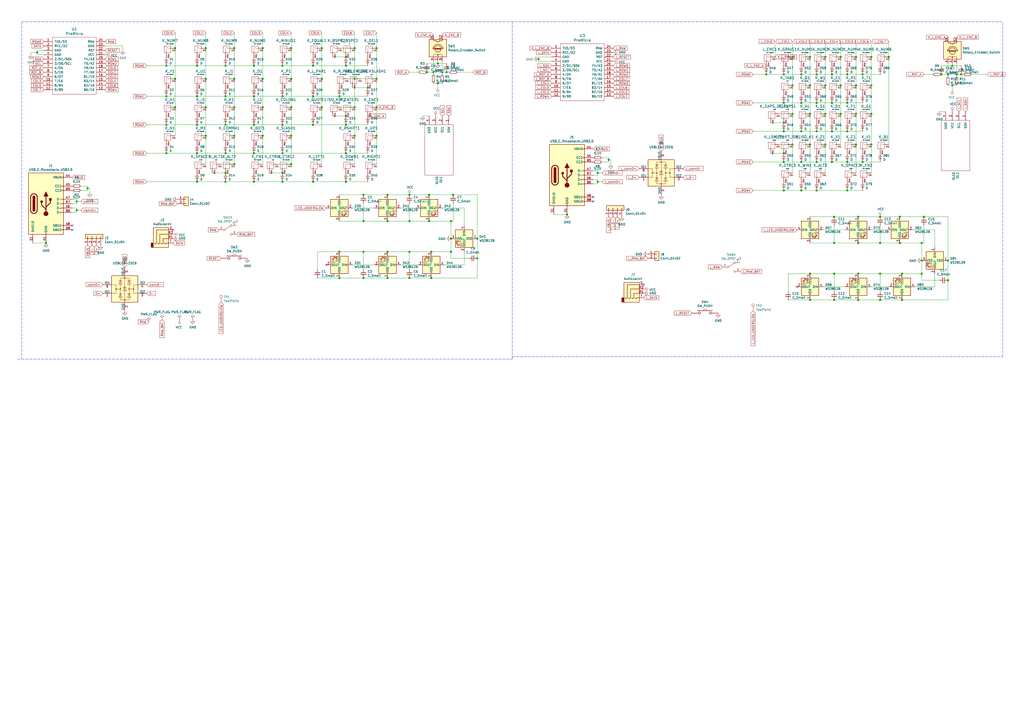
<source format=kicad_sch>
(kicad_sch (version 20210123) (generator eeschema)
  (paper "A2")
  (junction (at 21.59 30.48) (diameter 1.016))
  (junction (at 26.67 140.97) (diameter 1.016))
  (junction (at 44.45 116.84) (diameter 1.016))
  (junction (at 44.45 121.92) (diameter 1.016))
  (junction (at 50.8 109.22) (diameter 1.016))
  (junction (at 96.52 38.1) (diameter 1.016))
  (junction (at 96.52 55.88) (diameter 1.016))
  (junction (at 96.52 72.39) (diameter 1.016))
  (junction (at 96.52 88.9) (diameter 1.016))
  (junction (at 101.6 27.94) (diameter 1.016))
  (junction (at 101.6 45.72) (diameter 1.016))
  (junction (at 101.6 62.23) (diameter 1.016))
  (junction (at 114.3 38.1) (diameter 1.016))
  (junction (at 114.3 55.88) (diameter 1.016))
  (junction (at 114.3 72.39) (diameter 1.016))
  (junction (at 114.3 88.9) (diameter 1.016))
  (junction (at 114.3 105.41) (diameter 1.016))
  (junction (at 119.38 27.94) (diameter 1.016))
  (junction (at 119.38 45.72) (diameter 1.016))
  (junction (at 119.38 62.23) (diameter 1.016))
  (junction (at 119.38 78.74) (diameter 1.016))
  (junction (at 130.81 38.1) (diameter 1.016))
  (junction (at 130.81 55.88) (diameter 1.016))
  (junction (at 130.81 72.39) (diameter 1.016))
  (junction (at 130.81 88.9) (diameter 1.016))
  (junction (at 130.81 100.33) (diameter 1.016))
  (junction (at 130.81 105.41) (diameter 1.016))
  (junction (at 135.89 27.94) (diameter 1.016))
  (junction (at 135.89 45.72) (diameter 1.016))
  (junction (at 135.89 62.23) (diameter 1.016))
  (junction (at 135.89 78.74) (diameter 1.016))
  (junction (at 135.89 95.25) (diameter 1.016))
  (junction (at 147.32 38.1) (diameter 1.016))
  (junction (at 147.32 55.88) (diameter 1.016))
  (junction (at 147.32 72.39) (diameter 1.016))
  (junction (at 147.32 88.9) (diameter 1.016))
  (junction (at 147.32 105.41) (diameter 1.016))
  (junction (at 152.4 27.94) (diameter 1.016))
  (junction (at 152.4 45.72) (diameter 1.016))
  (junction (at 152.4 62.23) (diameter 1.016))
  (junction (at 152.4 78.74) (diameter 1.016))
  (junction (at 163.83 38.1) (diameter 1.016))
  (junction (at 163.83 55.88) (diameter 1.016))
  (junction (at 163.83 72.39) (diameter 1.016))
  (junction (at 163.83 88.9) (diameter 1.016))
  (junction (at 163.83 100.33) (diameter 1.016))
  (junction (at 163.83 105.41) (diameter 1.016))
  (junction (at 168.91 27.94) (diameter 1.016))
  (junction (at 168.91 45.72) (diameter 1.016))
  (junction (at 168.91 62.23) (diameter 1.016))
  (junction (at 168.91 78.74) (diameter 1.016))
  (junction (at 168.91 95.25) (diameter 1.016))
  (junction (at 181.61 38.1) (diameter 1.016))
  (junction (at 181.61 55.88) (diameter 1.016))
  (junction (at 181.61 72.39) (diameter 1.016))
  (junction (at 181.61 105.41) (diameter 1.016))
  (junction (at 186.69 27.94) (diameter 1.016))
  (junction (at 186.69 45.72) (diameter 1.016))
  (junction (at 186.69 62.23) (diameter 1.016))
  (junction (at 196.85 55.88) (diameter 1.016))
  (junction (at 196.85 146.05) (diameter 1.016))
  (junction (at 196.85 161.29) (diameter 1.016))
  (junction (at 200.66 33.02) (diameter 1.016))
  (junction (at 200.66 38.1) (diameter 1.016))
  (junction (at 200.66 67.31) (diameter 1.016))
  (junction (at 200.66 72.39) (diameter 1.016))
  (junction (at 200.66 88.9) (diameter 1.016))
  (junction (at 200.66 105.41) (diameter 1.016))
  (junction (at 205.74 27.94) (diameter 1.016))
  (junction (at 205.74 45.72) (diameter 1.016))
  (junction (at 205.74 62.23) (diameter 1.016))
  (junction (at 205.74 78.74) (diameter 1.016))
  (junction (at 210.82 113.03) (diameter 1.016))
  (junction (at 210.82 128.27) (diameter 1.016))
  (junction (at 210.82 146.05) (diameter 1.016))
  (junction (at 210.82 161.29) (diameter 1.016))
  (junction (at 213.36 50.8) (diameter 1.016))
  (junction (at 218.44 27.94) (diameter 1.016))
  (junction (at 218.44 45.72) (diameter 1.016))
  (junction (at 218.44 62.23) (diameter 1.016))
  (junction (at 218.44 78.74) (diameter 1.016))
  (junction (at 224.79 113.03) (diameter 1.016))
  (junction (at 224.79 128.27) (diameter 1.016))
  (junction (at 224.79 146.05) (diameter 1.016))
  (junction (at 224.79 161.29) (diameter 1.016))
  (junction (at 237.49 113.03) (diameter 1.016))
  (junction (at 237.49 128.27) (diameter 1.016))
  (junction (at 237.49 146.05) (diameter 1.016))
  (junction (at 237.49 161.29) (diameter 1.016))
  (junction (at 247.65 41.91) (diameter 1.016))
  (junction (at 248.92 113.03) (diameter 1.016))
  (junction (at 248.92 128.27) (diameter 1.016))
  (junction (at 250.19 146.05) (diameter 1.016))
  (junction (at 250.19 161.29) (diameter 1.016))
  (junction (at 251.46 41.91) (diameter 1.016))
  (junction (at 254 36.83) (diameter 1.016))
  (junction (at 254 48.26) (diameter 1.016))
  (junction (at 256.54 41.91) (diameter 1.016))
  (junction (at 259.08 41.91) (diameter 1.016))
  (junction (at 261.62 128.27) (diameter 1.016))
  (junction (at 261.62 138.43) (diameter 1.016))
  (junction (at 261.62 146.05) (diameter 1.016))
  (junction (at 262.89 113.03) (diameter 1.016))
  (junction (at 276.86 138.43) (diameter 1.016))
  (junction (at 276.86 149.86) (diameter 1.016))
  (junction (at 312.42 34.29) (diameter 1.016))
  (junction (at 328.93 124.46) (diameter 1.016))
  (junction (at 346.71 100.33) (diameter 1.016))
  (junction (at 346.71 105.41) (diameter 1.016))
  (junction (at 353.06 92.71) (diameter 1.016))
  (junction (at 444.5 43.18) (diameter 1.016))
  (junction (at 454.66 43.18) (diameter 1.016))
  (junction (at 454.66 59.69) (diameter 1.016))
  (junction (at 454.66 71.12) (diameter 1.016))
  (junction (at 454.66 76.2) (diameter 1.016))
  (junction (at 454.66 88.9) (diameter 1.016))
  (junction (at 454.66 93.98) (diameter 1.016))
  (junction (at 454.66 110.49) (diameter 1.016))
  (junction (at 459.74 33.02) (diameter 1.016))
  (junction (at 459.74 49.53) (diameter 1.016))
  (junction (at 459.74 66.04) (diameter 1.016))
  (junction (at 459.74 83.82) (diameter 1.016))
  (junction (at 464.82 43.18) (diameter 1.016))
  (junction (at 464.82 59.69) (diameter 1.016))
  (junction (at 464.82 76.2) (diameter 1.016))
  (junction (at 464.82 93.98) (diameter 1.016))
  (junction (at 464.82 110.49) (diameter 1.016))
  (junction (at 469.9 33.02) (diameter 1.016))
  (junction (at 469.9 49.53) (diameter 1.016))
  (junction (at 469.9 66.04) (diameter 1.016))
  (junction (at 469.9 83.82) (diameter 1.016))
  (junction (at 469.9 158.75) (diameter 1.016))
  (junction (at 469.9 173.99) (diameter 1.016))
  (junction (at 473.71 43.18) (diameter 1.016))
  (junction (at 473.71 59.69) (diameter 1.016))
  (junction (at 473.71 76.2) (diameter 1.016))
  (junction (at 473.71 93.98) (diameter 1.016))
  (junction (at 473.71 110.49) (diameter 1.016))
  (junction (at 478.79 33.02) (diameter 1.016))
  (junction (at 478.79 49.53) (diameter 1.016))
  (junction (at 478.79 66.04) (diameter 1.016))
  (junction (at 478.79 83.82) (diameter 1.016))
  (junction (at 482.6 43.18) (diameter 1.016))
  (junction (at 482.6 59.69) (diameter 1.016))
  (junction (at 482.6 76.2) (diameter 1.016))
  (junction (at 482.6 93.98) (diameter 1.016))
  (junction (at 483.87 125.73) (diameter 1.016))
  (junction (at 483.87 140.97) (diameter 1.016))
  (junction (at 483.87 158.75) (diameter 1.016))
  (junction (at 483.87 173.99) (diameter 1.016))
  (junction (at 487.68 33.02) (diameter 1.016))
  (junction (at 487.68 49.53) (diameter 1.016))
  (junction (at 487.68 66.04) (diameter 1.016))
  (junction (at 491.49 43.18) (diameter 1.016))
  (junction (at 491.49 59.69) (diameter 1.016))
  (junction (at 491.49 76.2) (diameter 1.016))
  (junction (at 491.49 93.98) (diameter 1.016))
  (junction (at 491.49 110.49) (diameter 1.016))
  (junction (at 496.57 33.02) (diameter 1.016))
  (junction (at 496.57 49.53) (diameter 1.016))
  (junction (at 496.57 66.04) (diameter 1.016))
  (junction (at 496.57 83.82) (diameter 1.016))
  (junction (at 497.84 125.73) (diameter 1.016))
  (junction (at 497.84 140.97) (diameter 1.016))
  (junction (at 497.84 158.75) (diameter 1.016))
  (junction (at 497.84 173.99) (diameter 1.016))
  (junction (at 500.38 43.18) (diameter 1.016))
  (junction (at 500.38 93.98) (diameter 1.016))
  (junction (at 505.46 33.02) (diameter 1.016))
  (junction (at 505.46 49.53) (diameter 1.016))
  (junction (at 505.46 66.04) (diameter 1.016))
  (junction (at 505.46 83.82) (diameter 1.016))
  (junction (at 510.54 125.73) (diameter 1.016))
  (junction (at 510.54 140.97) (diameter 1.016))
  (junction (at 510.54 158.75) (diameter 1.016))
  (junction (at 510.54 173.99) (diameter 1.016))
  (junction (at 515.62 33.02) (diameter 1.016))
  (junction (at 521.97 125.73) (diameter 1.016))
  (junction (at 521.97 140.97) (diameter 1.016))
  (junction (at 523.24 158.75) (diameter 1.016))
  (junction (at 523.24 173.99) (diameter 1.016))
  (junction (at 534.67 140.97) (diameter 1.016))
  (junction (at 534.67 151.13) (diameter 1.016))
  (junction (at 534.67 158.75) (diameter 1.016))
  (junction (at 535.94 125.73) (diameter 1.016))
  (junction (at 546.1 43.18) (diameter 1.016))
  (junction (at 549.91 43.18) (diameter 1.016))
  (junction (at 549.91 151.13) (diameter 1.016))
  (junction (at 549.91 162.56) (diameter 1.016))
  (junction (at 552.45 38.1) (diameter 1.016))
  (junction (at 552.45 49.53) (diameter 1.016))
  (junction (at 554.99 43.18) (diameter 1.016))
  (junction (at 557.53 43.18) (diameter 1.016))
  (no_connect (at 41.91 130.81))
  (no_connect (at 41.91 133.35))
  (no_connect (at 100.33 133.35))
  (no_connect (at 189.23 153.67))
  (no_connect (at 344.17 114.3))
  (no_connect (at 344.17 116.84))
  (no_connect (at 373.38 165.1))
  (no_connect (at 462.28 166.37))
  (wire (pts (xy 17.78 30.48) (xy 17.78 31.75)))
  (wire (pts (xy 19.05 140.97) (xy 26.67 140.97)))
  (wire (pts (xy 21.59 29.21) (xy 21.59 30.48)))
  (wire (pts (xy 21.59 30.48) (xy 17.78 30.48)))
  (wire (pts (xy 21.59 30.48) (xy 21.59 31.75)))
  (wire (pts (xy 21.59 31.75) (xy 25.4 31.75)))
  (wire (pts (xy 25.4 29.21) (xy 21.59 29.21)))
  (wire (pts (xy 41.91 115.57) (xy 44.45 115.57)))
  (wire (pts (xy 41.91 120.65) (xy 44.45 120.65)))
  (wire (pts (xy 44.45 115.57) (xy 44.45 116.84)))
  (wire (pts (xy 44.45 116.84) (xy 44.45 118.11)))
  (wire (pts (xy 44.45 116.84) (xy 46.99 116.84)))
  (wire (pts (xy 44.45 118.11) (xy 41.91 118.11)))
  (wire (pts (xy 44.45 120.65) (xy 44.45 121.92)))
  (wire (pts (xy 44.45 121.92) (xy 44.45 123.19)))
  (wire (pts (xy 44.45 121.92) (xy 46.99 121.92)))
  (wire (pts (xy 44.45 123.19) (xy 41.91 123.19)))
  (wire (pts (xy 46.99 107.95) (xy 50.8 107.95)))
  (wire (pts (xy 50.8 107.95) (xy 50.8 109.22)))
  (wire (pts (xy 50.8 109.22) (xy 50.8 110.49)))
  (wire (pts (xy 50.8 109.22) (xy 52.07 109.22)))
  (wire (pts (xy 50.8 110.49) (xy 46.99 110.49)))
  (wire (pts (xy 52.07 109.22) (xy 52.07 111.76)))
  (wire (pts (xy 60.96 26.67) (xy 71.12 26.67)))
  (wire (pts (xy 71.12 26.67) (xy 71.12 29.21)))
  (wire (pts (xy 85.09 105.41) (xy 114.3 105.41)))
  (wire (pts (xy 96.52 38.1) (xy 85.09 38.1)))
  (wire (pts (xy 96.52 55.88) (xy 85.09 55.88)))
  (wire (pts (xy 96.52 72.39) (xy 85.09 72.39)))
  (wire (pts (xy 96.52 72.39) (xy 114.3 72.39)))
  (wire (pts (xy 96.52 88.9) (xy 85.09 88.9)))
  (wire (pts (xy 96.52 88.9) (xy 114.3 88.9)))
  (wire (pts (xy 101.6 27.94) (xy 101.6 19.05)))
  (wire (pts (xy 101.6 27.94) (xy 101.6 45.72)))
  (wire (pts (xy 101.6 45.72) (xy 101.6 62.23)))
  (wire (pts (xy 101.6 62.23) (xy 101.6 78.74)))
  (wire (pts (xy 114.3 38.1) (xy 96.52 38.1)))
  (wire (pts (xy 114.3 55.88) (xy 96.52 55.88)))
  (wire (pts (xy 114.3 72.39) (xy 130.81 72.39)))
  (wire (pts (xy 114.3 88.9) (xy 130.81 88.9)))
  (wire (pts (xy 119.38 27.94) (xy 119.38 19.05)))
  (wire (pts (xy 119.38 27.94) (xy 119.38 45.72)))
  (wire (pts (xy 119.38 45.72) (xy 119.38 62.23)))
  (wire (pts (xy 119.38 62.23) (xy 119.38 78.74)))
  (wire (pts (xy 119.38 78.74) (xy 119.38 95.25)))
  (wire (pts (xy 123.19 100.33) (xy 130.81 100.33)))
  (wire (pts (xy 128.27 95.25) (xy 135.89 95.25)))
  (wire (pts (xy 130.81 38.1) (xy 114.3 38.1)))
  (wire (pts (xy 130.81 55.88) (xy 114.3 55.88)))
  (wire (pts (xy 130.81 72.39) (xy 147.32 72.39)))
  (wire (pts (xy 130.81 88.9) (xy 147.32 88.9)))
  (wire (pts (xy 130.81 105.41) (xy 114.3 105.41)))
  (wire (pts (xy 135.89 27.94) (xy 135.89 19.05)))
  (wire (pts (xy 135.89 27.94) (xy 135.89 45.72)))
  (wire (pts (xy 135.89 45.72) (xy 135.89 62.23)))
  (wire (pts (xy 135.89 62.23) (xy 135.89 78.74)))
  (wire (pts (xy 135.89 78.74) (xy 135.89 95.25)))
  (wire (pts (xy 147.32 38.1) (xy 130.81 38.1)))
  (wire (pts (xy 147.32 55.88) (xy 130.81 55.88)))
  (wire (pts (xy 147.32 72.39) (xy 163.83 72.39)))
  (wire (pts (xy 147.32 88.9) (xy 163.83 88.9)))
  (wire (pts (xy 147.32 105.41) (xy 130.81 105.41)))
  (wire (pts (xy 152.4 27.94) (xy 152.4 19.05)))
  (wire (pts (xy 152.4 27.94) (xy 152.4 45.72)))
  (wire (pts (xy 152.4 45.72) (xy 152.4 62.23)))
  (wire (pts (xy 152.4 62.23) (xy 152.4 78.74)))
  (wire (pts (xy 152.4 78.74) (xy 152.4 95.25)))
  (wire (pts (xy 156.21 100.33) (xy 163.83 100.33)))
  (wire (pts (xy 161.29 95.25) (xy 168.91 95.25)))
  (wire (pts (xy 163.83 38.1) (xy 147.32 38.1)))
  (wire (pts (xy 163.83 55.88) (xy 147.32 55.88)))
  (wire (pts (xy 163.83 88.9) (xy 200.66 88.9)))
  (wire (pts (xy 163.83 105.41) (xy 147.32 105.41)))
  (wire (pts (xy 168.91 27.94) (xy 168.91 19.05)))
  (wire (pts (xy 168.91 27.94) (xy 168.91 45.72)))
  (wire (pts (xy 168.91 45.72) (xy 168.91 62.23)))
  (wire (pts (xy 168.91 62.23) (xy 168.91 78.74)))
  (wire (pts (xy 168.91 78.74) (xy 168.91 95.25)))
  (wire (pts (xy 181.61 38.1) (xy 163.83 38.1)))
  (wire (pts (xy 181.61 55.88) (xy 163.83 55.88)))
  (wire (pts (xy 181.61 72.39) (xy 163.83 72.39)))
  (wire (pts (xy 181.61 105.41) (xy 163.83 105.41)))
  (wire (pts (xy 184.15 146.05) (xy 196.85 146.05)))
  (wire (pts (xy 184.15 156.21) (xy 184.15 146.05)))
  (wire (pts (xy 186.69 27.94) (xy 186.69 19.05)))
  (wire (pts (xy 186.69 27.94) (xy 186.69 45.72)))
  (wire (pts (xy 186.69 45.72) (xy 186.69 62.23)))
  (wire (pts (xy 186.69 62.23) (xy 186.69 95.25)))
  (wire (pts (xy 193.04 33.02) (xy 200.66 33.02)))
  (wire (pts (xy 193.04 67.31) (xy 200.66 67.31)))
  (wire (pts (xy 196.85 55.88) (xy 181.61 55.88)))
  (wire (pts (xy 196.85 128.27) (xy 210.82 128.27)))
  (wire (pts (xy 196.85 161.29) (xy 184.15 161.29)))
  (wire (pts (xy 196.85 161.29) (xy 210.82 161.29)))
  (wire (pts (xy 198.12 27.94) (xy 205.74 27.94)))
  (wire (pts (xy 198.12 62.23) (xy 205.74 62.23)))
  (wire (pts (xy 200.66 38.1) (xy 181.61 38.1)))
  (wire (pts (xy 200.66 72.39) (xy 181.61 72.39)))
  (wire (pts (xy 200.66 88.9) (xy 213.36 88.9)))
  (wire (pts (xy 200.66 105.41) (xy 181.61 105.41)))
  (wire (pts (xy 201.93 45.72) (xy 205.74 45.72)))
  (wire (pts (xy 204.47 50.8) (xy 213.36 50.8)))
  (wire (pts (xy 204.47 120.65) (xy 217.17 120.65)))
  (wire (pts (xy 205.74 27.94) (xy 205.74 19.05)))
  (wire (pts (xy 205.74 27.94) (xy 205.74 45.72)))
  (wire (pts (xy 205.74 45.72) (xy 205.74 62.23)))
  (wire (pts (xy 205.74 62.23) (xy 205.74 78.74)))
  (wire (pts (xy 205.74 78.74) (xy 205.74 95.25)))
  (wire (pts (xy 209.55 45.72) (xy 218.44 45.72)))
  (wire (pts (xy 210.82 113.03) (xy 196.85 113.03)))
  (wire (pts (xy 210.82 118.11) (xy 210.82 128.27)))
  (wire (pts (xy 210.82 128.27) (xy 224.79 128.27)))
  (wire (pts (xy 210.82 146.05) (xy 196.85 146.05)))
  (wire (pts (xy 210.82 156.21) (xy 210.82 146.05)))
  (wire (pts (xy 210.82 161.29) (xy 224.79 161.29)))
  (wire (pts (xy 213.36 38.1) (xy 200.66 38.1)))
  (wire (pts (xy 213.36 55.88) (xy 196.85 55.88)))
  (wire (pts (xy 213.36 72.39) (xy 200.66 72.39)))
  (wire (pts (xy 213.36 105.41) (xy 200.66 105.41)))
  (wire (pts (xy 217.17 153.67) (xy 204.47 153.67)))
  (wire (pts (xy 218.44 27.94) (xy 218.44 19.05)))
  (wire (pts (xy 218.44 27.94) (xy 218.44 45.72)))
  (wire (pts (xy 218.44 45.72) (xy 218.44 62.23)))
  (wire (pts (xy 218.44 62.23) (xy 218.44 78.74)))
  (wire (pts (xy 218.44 78.74) (xy 218.44 95.25)))
  (wire (pts (xy 224.79 113.03) (xy 210.82 113.03)))
  (wire (pts (xy 224.79 128.27) (xy 237.49 128.27)))
  (wire (pts (xy 224.79 146.05) (xy 210.82 146.05)))
  (wire (pts (xy 224.79 161.29) (xy 237.49 161.29)))
  (wire (pts (xy 232.41 120.65) (xy 241.3 120.65)))
  (wire (pts (xy 237.49 113.03) (xy 224.79 113.03)))
  (wire (pts (xy 237.49 118.11) (xy 237.49 128.27)))
  (wire (pts (xy 237.49 128.27) (xy 248.92 128.27)))
  (wire (pts (xy 237.49 146.05) (xy 224.79 146.05)))
  (wire (pts (xy 237.49 156.21) (xy 237.49 146.05)))
  (wire (pts (xy 237.49 161.29) (xy 250.19 161.29)))
  (wire (pts (xy 242.57 41.91) (xy 237.49 41.91)))
  (wire (pts (xy 242.57 153.67) (xy 232.41 153.67)))
  (wire (pts (xy 245.11 67.31) (xy 248.92 67.31)))
  (wire (pts (xy 247.65 36.83) (xy 254 36.83)))
  (wire (pts (xy 247.65 41.91) (xy 251.46 41.91)))
  (wire (pts (xy 248.92 113.03) (xy 237.49 113.03)))
  (wire (pts (xy 248.92 128.27) (xy 261.62 128.27)))
  (wire (pts (xy 250.19 146.05) (xy 237.49 146.05)))
  (wire (pts (xy 250.19 161.29) (xy 276.86 161.29)))
  (wire (pts (xy 251.46 35.56) (xy 251.46 41.91)))
  (wire (pts (xy 251.46 41.91) (xy 251.46 43.18)))
  (wire (pts (xy 251.46 48.26) (xy 254 48.26)))
  (wire (pts (xy 254 36.83) (xy 254 35.56)))
  (wire (pts (xy 254 36.83) (xy 259.08 36.83)))
  (wire (pts (xy 254 48.26) (xy 254 50.8)))
  (wire (pts (xy 254 48.26) (xy 256.54 48.26)))
  (wire (pts (xy 256.54 35.56) (xy 256.54 41.91)))
  (wire (pts (xy 256.54 41.91) (xy 256.54 43.18)))
  (wire (pts (xy 256.54 120.65) (xy 269.24 120.65)))
  (wire (pts (xy 259.08 41.91) (xy 256.54 41.91)))
  (wire (pts (xy 260.35 41.91) (xy 259.08 41.91)))
  (wire (pts (xy 261.62 128.27) (xy 261.62 138.43)))
  (wire (pts (xy 261.62 138.43) (xy 261.62 146.05)))
  (wire (pts (xy 261.62 146.05) (xy 250.19 146.05)))
  (wire (pts (xy 261.62 149.86) (xy 261.62 146.05)))
  (wire (pts (xy 262.89 113.03) (xy 248.92 113.03)))
  (wire (pts (xy 262.89 118.11) (xy 262.89 128.27)))
  (wire (pts (xy 262.89 128.27) (xy 261.62 128.27)))
  (wire (pts (xy 265.43 41.91) (xy 274.32 41.91)))
  (wire (pts (xy 269.24 120.65) (xy 269.24 130.81)))
  (wire (pts (xy 269.24 146.05) (xy 269.24 153.67)))
  (wire (pts (xy 269.24 153.67) (xy 257.81 153.67)))
  (wire (pts (xy 271.78 149.86) (xy 261.62 149.86)))
  (wire (pts (xy 276.86 113.03) (xy 262.89 113.03)))
  (wire (pts (xy 276.86 138.43) (xy 276.86 113.03)))
  (wire (pts (xy 276.86 149.86) (xy 276.86 138.43)))
  (wire (pts (xy 276.86 161.29) (xy 276.86 149.86)))
  (wire (pts (xy 312.42 33.02) (xy 312.42 34.29)))
  (wire (pts (xy 312.42 34.29) (xy 312.42 35.56)))
  (wire (pts (xy 312.42 35.56) (xy 320.04 35.56)))
  (wire (pts (xy 320.04 33.02) (xy 312.42 33.02)))
  (wire (pts (xy 321.31 124.46) (xy 328.93 124.46)))
  (wire (pts (xy 344.17 99.06) (xy 346.71 99.06)))
  (wire (pts (xy 344.17 104.14) (xy 346.71 104.14)))
  (wire (pts (xy 346.71 99.06) (xy 346.71 100.33)))
  (wire (pts (xy 346.71 100.33) (xy 346.71 101.6)))
  (wire (pts (xy 346.71 100.33) (xy 349.25 100.33)))
  (wire (pts (xy 346.71 101.6) (xy 344.17 101.6)))
  (wire (pts (xy 346.71 104.14) (xy 346.71 105.41)))
  (wire (pts (xy 346.71 105.41) (xy 346.71 106.68)))
  (wire (pts (xy 346.71 105.41) (xy 349.25 105.41)))
  (wire (pts (xy 346.71 106.68) (xy 344.17 106.68)))
  (wire (pts (xy 349.25 91.44) (xy 353.06 91.44)))
  (wire (pts (xy 353.06 91.44) (xy 353.06 92.71)))
  (wire (pts (xy 353.06 92.71) (xy 353.06 93.98)))
  (wire (pts (xy 353.06 92.71) (xy 354.33 92.71)))
  (wire (pts (xy 353.06 93.98) (xy 349.25 93.98)))
  (wire (pts (xy 354.33 92.71) (xy 354.33 95.25)))
  (wire (pts (xy 444.5 43.18) (xy 436.88 43.18)))
  (wire (pts (xy 444.5 43.18) (xy 454.66 43.18)))
  (wire (pts (xy 447.04 71.12) (xy 454.66 71.12)))
  (wire (pts (xy 447.04 88.9) (xy 454.66 88.9)))
  (wire (pts (xy 449.58 33.02) (xy 449.58 24.13)))
  (wire (pts (xy 452.12 66.04) (xy 459.74 66.04)))
  (wire (pts (xy 452.12 83.82) (xy 459.74 83.82)))
  (wire (pts (xy 454.66 43.18) (xy 464.82 43.18)))
  (wire (pts (xy 454.66 59.69) (xy 436.88 59.69)))
  (wire (pts (xy 454.66 59.69) (xy 464.82 59.69)))
  (wire (pts (xy 454.66 76.2) (xy 436.88 76.2)))
  (wire (pts (xy 454.66 76.2) (xy 464.82 76.2)))
  (wire (pts (xy 454.66 93.98) (xy 436.88 93.98)))
  (wire (pts (xy 454.66 93.98) (xy 464.82 93.98)))
  (wire (pts (xy 454.66 110.49) (xy 436.88 110.49)))
  (wire (pts (xy 454.66 110.49) (xy 464.82 110.49)))
  (wire (pts (xy 457.2 158.75) (xy 469.9 158.75)))
  (wire (pts (xy 457.2 168.91) (xy 457.2 158.75)))
  (wire (pts (xy 459.74 33.02) (xy 459.74 24.13)))
  (wire (pts (xy 459.74 33.02) (xy 459.74 49.53)))
  (wire (pts (xy 459.74 49.53) (xy 459.74 66.04)))
  (wire (pts (xy 459.74 66.04) (xy 459.74 83.82)))
  (wire (pts (xy 459.74 83.82) (xy 459.74 100.33)))
  (wire (pts (xy 464.82 43.18) (xy 473.71 43.18)))
  (wire (pts (xy 464.82 59.69) (xy 473.71 59.69)))
  (wire (pts (xy 464.82 76.2) (xy 473.71 76.2)))
  (wire (pts (xy 464.82 93.98) (xy 473.71 93.98)))
  (wire (pts (xy 464.82 110.49) (xy 473.71 110.49)))
  (wire (pts (xy 469.9 33.02) (xy 469.9 24.13)))
  (wire (pts (xy 469.9 33.02) (xy 469.9 49.53)))
  (wire (pts (xy 469.9 49.53) (xy 469.9 66.04)))
  (wire (pts (xy 469.9 66.04) (xy 469.9 83.82)))
  (wire (pts (xy 469.9 83.82) (xy 469.9 100.33)))
  (wire (pts (xy 469.9 140.97) (xy 483.87 140.97)))
  (wire (pts (xy 469.9 173.99) (xy 457.2 173.99)))
  (wire (pts (xy 469.9 173.99) (xy 483.87 173.99)))
  (wire (pts (xy 473.71 43.18) (xy 482.6 43.18)))
  (wire (pts (xy 473.71 59.69) (xy 482.6 59.69)))
  (wire (pts (xy 473.71 76.2) (xy 482.6 76.2)))
  (wire (pts (xy 473.71 93.98) (xy 482.6 93.98)))
  (wire (pts (xy 473.71 110.49) (xy 491.49 110.49)))
  (wire (pts (xy 477.52 133.35) (xy 490.22 133.35)))
  (wire (pts (xy 478.79 33.02) (xy 478.79 24.13)))
  (wire (pts (xy 478.79 33.02) (xy 478.79 49.53)))
  (wire (pts (xy 478.79 49.53) (xy 478.79 66.04)))
  (wire (pts (xy 478.79 66.04) (xy 478.79 83.82)))
  (wire (pts (xy 478.79 83.82) (xy 478.79 100.33)))
  (wire (pts (xy 482.6 43.18) (xy 491.49 43.18)))
  (wire (pts (xy 482.6 59.69) (xy 491.49 59.69)))
  (wire (pts (xy 482.6 76.2) (xy 491.49 76.2)))
  (wire (pts (xy 482.6 93.98) (xy 491.49 93.98)))
  (wire (pts (xy 483.87 125.73) (xy 469.9 125.73)))
  (wire (pts (xy 483.87 130.81) (xy 483.87 140.97)))
  (wire (pts (xy 483.87 140.97) (xy 497.84 140.97)))
  (wire (pts (xy 483.87 158.75) (xy 469.9 158.75)))
  (wire (pts (xy 483.87 168.91) (xy 483.87 158.75)))
  (wire (pts (xy 483.87 173.99) (xy 497.84 173.99)))
  (wire (pts (xy 487.68 33.02) (xy 487.68 24.13)))
  (wire (pts (xy 487.68 33.02) (xy 487.68 49.53)))
  (wire (pts (xy 487.68 49.53) (xy 487.68 66.04)))
  (wire (pts (xy 487.68 66.04) (xy 487.68 83.82)))
  (wire (pts (xy 490.22 166.37) (xy 477.52 166.37)))
  (wire (pts (xy 491.49 43.18) (xy 500.38 43.18)))
  (wire (pts (xy 491.49 59.69) (xy 500.38 59.69)))
  (wire (pts (xy 491.49 76.2) (xy 500.38 76.2)))
  (wire (pts (xy 491.49 93.98) (xy 500.38 93.98)))
  (wire (pts (xy 491.49 110.49) (xy 500.38 110.49)))
  (wire (pts (xy 496.57 33.02) (xy 496.57 24.13)))
  (wire (pts (xy 496.57 33.02) (xy 496.57 49.53)))
  (wire (pts (xy 496.57 49.53) (xy 496.57 66.04)))
  (wire (pts (xy 496.57 66.04) (xy 496.57 83.82)))
  (wire (pts (xy 496.57 83.82) (xy 496.57 100.33)))
  (wire (pts (xy 497.84 125.73) (xy 483.87 125.73)))
  (wire (pts (xy 497.84 140.97) (xy 510.54 140.97)))
  (wire (pts (xy 497.84 158.75) (xy 483.87 158.75)))
  (wire (pts (xy 497.84 173.99) (xy 510.54 173.99)))
  (wire (pts (xy 500.38 43.18) (xy 510.54 43.18)))
  (wire (pts (xy 500.38 93.98) (xy 510.54 93.98)))
  (wire (pts (xy 505.46 33.02) (xy 505.46 24.13)))
  (wire (pts (xy 505.46 33.02) (xy 505.46 49.53)))
  (wire (pts (xy 505.46 49.53) (xy 505.46 66.04)))
  (wire (pts (xy 505.46 66.04) (xy 505.46 83.82)))
  (wire (pts (xy 505.46 83.82) (xy 505.46 100.33)))
  (wire (pts (xy 505.46 133.35) (xy 514.35 133.35)))
  (wire (pts (xy 510.54 125.73) (xy 497.84 125.73)))
  (wire (pts (xy 510.54 130.81) (xy 510.54 140.97)))
  (wire (pts (xy 510.54 140.97) (xy 521.97 140.97)))
  (wire (pts (xy 510.54 158.75) (xy 497.84 158.75)))
  (wire (pts (xy 510.54 168.91) (xy 510.54 158.75)))
  (wire (pts (xy 510.54 173.99) (xy 523.24 173.99)))
  (wire (pts (xy 515.62 33.02) (xy 515.62 24.13)))
  (wire (pts (xy 515.62 33.02) (xy 515.62 83.82)))
  (wire (pts (xy 515.62 166.37) (xy 505.46 166.37)))
  (wire (pts (xy 521.97 125.73) (xy 510.54 125.73)))
  (wire (pts (xy 521.97 140.97) (xy 534.67 140.97)))
  (wire (pts (xy 523.24 158.75) (xy 510.54 158.75)))
  (wire (pts (xy 523.24 173.99) (xy 549.91 173.99)))
  (wire (pts (xy 529.59 133.35) (xy 542.29 133.35)))
  (wire (pts (xy 534.67 140.97) (xy 534.67 151.13)))
  (wire (pts (xy 534.67 151.13) (xy 534.67 158.75)))
  (wire (pts (xy 534.67 158.75) (xy 523.24 158.75)))
  (wire (pts (xy 534.67 162.56) (xy 534.67 158.75)))
  (wire (pts (xy 535.94 125.73) (xy 521.97 125.73)))
  (wire (pts (xy 535.94 130.81) (xy 535.94 140.97)))
  (wire (pts (xy 535.94 140.97) (xy 534.67 140.97)))
  (wire (pts (xy 541.02 43.18) (xy 535.94 43.18)))
  (wire (pts (xy 542.29 133.35) (xy 542.29 143.51)))
  (wire (pts (xy 542.29 158.75) (xy 542.29 166.37)))
  (wire (pts (xy 542.29 166.37) (xy 530.86 166.37)))
  (wire (pts (xy 544.83 64.77) (xy 548.64 64.77)))
  (wire (pts (xy 544.83 162.56) (xy 534.67 162.56)))
  (wire (pts (xy 546.1 38.1) (xy 552.45 38.1)))
  (wire (pts (xy 546.1 43.18) (xy 549.91 43.18)))
  (wire (pts (xy 549.91 36.83) (xy 549.91 43.18)))
  (wire (pts (xy 549.91 43.18) (xy 549.91 44.45)))
  (wire (pts (xy 549.91 49.53) (xy 552.45 49.53)))
  (wire (pts (xy 549.91 125.73) (xy 535.94 125.73)))
  (wire (pts (xy 549.91 151.13) (xy 549.91 125.73)))
  (wire (pts (xy 549.91 162.56) (xy 549.91 151.13)))
  (wire (pts (xy 549.91 173.99) (xy 549.91 162.56)))
  (wire (pts (xy 552.45 38.1) (xy 552.45 36.83)))
  (wire (pts (xy 552.45 38.1) (xy 557.53 38.1)))
  (wire (pts (xy 552.45 49.53) (xy 552.45 52.07)))
  (wire (pts (xy 552.45 49.53) (xy 554.99 49.53)))
  (wire (pts (xy 554.99 36.83) (xy 554.99 43.18)))
  (wire (pts (xy 554.99 43.18) (xy 554.99 44.45)))
  (wire (pts (xy 557.53 43.18) (xy 554.99 43.18)))
  (wire (pts (xy 558.8 43.18) (xy 557.53 43.18)))
  (wire (pts (xy 563.88 43.18) (xy 572.77 43.18)))
  (polyline (pts (xy 10.16 208.28) (xy 297.18 208.28)) (stroke (width 0) (type dash)))
  (polyline (pts (xy 12.7 12.7) (xy 12.7 208.28)) (stroke (width 0) (type dash)))
  (polyline (pts (xy 12.7 12.7) (xy 581.66 12.7)) (stroke (width 0) (type dash)))
  (polyline (pts (xy 297.18 207.01) (xy 581.66 207.01)) (stroke (width 0) (type dash)))
  (polyline (pts (xy 297.18 208.28) (xy 297.18 12.7)) (stroke (width 0) (type dash)))
  (polyline (pts (xy 581.66 207.01) (xy 581.66 12.7)) (stroke (width 0) (type dash)))
  (global_label "ROW0" (shape input) (at 25.4 24.13 180) (property "Intersheet References" "${INTERSHEET_REFS}" (effects hide)))
  (global_label "DATA" (shape input) (at 25.4 26.67 180) (property "Intersheet References" "${INTERSHEET_REFS}" (effects hide)))
  (global_label "SDA" (shape input) (at 25.4 34.29 180) (property "Intersheet References" "${INTERSHEET_REFS}" (effects hide)))
  (global_label "SCL" (shape input) (at 25.4 36.83 180) (property "Intersheet References" "${INTERSHEET_REFS}" (effects hide)))
  (global_label "ROT_A" (shape input) (at 25.4 39.37 180) (property "Intersheet References" "${INTERSHEET_REFS}" (effects hide)))
  (global_label "ROT_B" (shape input) (at 25.4 41.91 180) (property "Intersheet References" "${INTERSHEET_REFS}" (effects hide)))
  (global_label "ROW3" (shape input) (at 25.4 44.45 180) (property "Intersheet References" "${INTERSHEET_REFS}" (effects hide)))
  (global_label "COL3" (shape input) (at 25.4 46.99 180) (property "Intersheet References" "${INTERSHEET_REFS}" (effects hide)))
  (global_label "COL5" (shape input) (at 25.4 49.53 180) (property "Intersheet References" "${INTERSHEET_REFS}" (effects hide)))
  (global_label "COL7" (shape input) (at 25.4 52.07 180) (property "Intersheet References" "${INTERSHEET_REFS}" (effects hide)))
  (global_label "VBUS" (shape input) (at 41.91 102.87 0) (property "Intersheet References" "${INTERSHEET_REFS}" (effects hide)))
  (global_label "connD-" (shape input) (at 46.99 116.84 0) (property "Intersheet References" "${INTERSHEET_REFS}" (effects hide)))
  (global_label "connD+" (shape input) (at 46.99 121.92 0) (property "Intersheet References" "${INTERSHEET_REFS}" (effects hide)))
  (global_label "VBUS" (shape input) (at 50.8 142.24 270) (property "Intersheet References" "${INTERSHEET_REFS}" (effects hide)))
  (global_label "D-" (shape input) (at 53.34 142.24 270) (property "Intersheet References" "${INTERSHEET_REFS}" (effects hide)))
  (global_label "D+" (shape input) (at 55.88 142.24 270) (property "Intersheet References" "${INTERSHEET_REFS}" (effects hide)))
  (global_label "connD+" (shape input) (at 59.69 165.1 180) (property "Intersheet References" "${INTERSHEET_REFS}" (effects hide)))
  (global_label "D+" (shape input) (at 59.69 170.18 180) (property "Intersheet References" "${INTERSHEET_REFS}" (effects hide)))
  (global_label "RAW" (shape input) (at 60.96 24.13 0) (property "Intersheet References" "${INTERSHEET_REFS}" (effects hide)))
  (global_label "RESET" (shape input) (at 60.96 29.21 0) (property "Intersheet References" "${INTERSHEET_REFS}" (effects hide)))
  (global_label "ROW1" (shape input) (at 60.96 34.29 0) (property "Intersheet References" "${INTERSHEET_REFS}" (effects hide)))
  (global_label "ROW2" (shape input) (at 60.96 36.83 0) (property "Intersheet References" "${INTERSHEET_REFS}" (effects hide)))
  (global_label "COL0" (shape input) (at 60.96 39.37 0) (property "Intersheet References" "${INTERSHEET_REFS}" (effects hide)))
  (global_label "COL1" (shape input) (at 60.96 41.91 0) (property "Intersheet References" "${INTERSHEET_REFS}" (effects hide)))
  (global_label "COL2" (shape input) (at 60.96 44.45 0) (property "Intersheet References" "${INTERSHEET_REFS}" (effects hide)))
  (global_label "COL4" (shape input) (at 60.96 46.99 0) (property "Intersheet References" "${INTERSHEET_REFS}" (effects hide)))
  (global_label "COL6" (shape input) (at 60.96 49.53 0) (property "Intersheet References" "${INTERSHEET_REFS}" (effects hide)))
  (global_label "ROW4" (shape input) (at 60.96 52.07 0) (property "Intersheet References" "${INTERSHEET_REFS}" (effects hide)))
  (global_label "VBUS" (shape input) (at 72.39 154.94 90) (property "Intersheet References" "${INTERSHEET_REFS}" (effects hide)))
  (global_label "ROW0" (shape input) (at 85.09 38.1 180) (property "Intersheet References" "${INTERSHEET_REFS}" (effects hide)))
  (global_label "ROW1" (shape input) (at 85.09 55.88 180) (property "Intersheet References" "${INTERSHEET_REFS}" (effects hide)))
  (global_label "ROW2" (shape input) (at 85.09 72.39 180) (property "Intersheet References" "${INTERSHEET_REFS}" (effects hide)))
  (global_label "ROW3" (shape input) (at 85.09 88.9 180) (property "Intersheet References" "${INTERSHEET_REFS}" (effects hide)))
  (global_label "ROW4" (shape input) (at 85.09 105.41 180) (property "Intersheet References" "${INTERSHEET_REFS}" (effects hide)))
  (global_label "connD-" (shape input) (at 85.09 165.1 0) (property "Intersheet References" "${INTERSHEET_REFS}" (effects hide)))
  (global_label "D-" (shape input) (at 85.09 170.18 0) (property "Intersheet References" "${INTERSHEET_REFS}" (effects hide)))
  (global_label "RAW" (shape input) (at 86.36 186.69 180) (property "Intersheet References" "${INTERSHEET_REFS}" (effects hide)))
  (global_label "RAW_BAT" (shape input) (at 93.98 185.42 270) (property "Intersheet References" "${INTERSHEET_REFS}" (effects hide)))
  (global_label "DATA" (shape input) (at 100.33 140.97 0) (property "Intersheet References" "${INTERSHEET_REFS}" (effects hide)))
  (global_label "COL0" (shape input) (at 101.6 19.05 180) (property "Intersheet References" "${INTERSHEET_REFS}" (effects hide)))
  (global_label "RAW_BAT" (shape input) (at 102.87 118.11 180) (property "Intersheet References" "${INTERSHEET_REFS}" (effects hide)))
  (global_label "COL1" (shape input) (at 119.38 19.05 180) (property "Intersheet References" "${INTERSHEET_REFS}" (effects hide)))
  (global_label "RAW" (shape input) (at 127 133.35 180) (property "Intersheet References" "${INTERSHEET_REFS}" (effects hide)))
  (global_label "RESET" (shape input) (at 128.27 149.86 180) (property "Intersheet References" "${INTERSHEET_REFS}" (effects hide)))
  (global_label "LED_UNDERGLOW" (shape input) (at 128.27 175.26 270) (property "Intersheet References" "${INTERSHEET_REFS}" (effects hide)))
  (global_label "COL2" (shape input) (at 135.89 19.05 180) (property "Intersheet References" "${INTERSHEET_REFS}" (effects hide)))
  (global_label "RAW_BAT" (shape input) (at 137.16 135.89 0) (property "Intersheet References" "${INTERSHEET_REFS}" (effects hide)))
  (global_label "COL3" (shape input) (at 152.4 19.05 180) (property "Intersheet References" "${INTERSHEET_REFS}" (effects hide)))
  (global_label "COL4" (shape input) (at 168.91 19.05 180) (property "Intersheet References" "${INTERSHEET_REFS}" (effects hide)))
  (global_label "COL5" (shape input) (at 186.69 19.05 180) (property "Intersheet References" "${INTERSHEET_REFS}" (effects hide)))
  (global_label "LED_UNDERGLOW" (shape input) (at 189.23 120.65 180) (property "Intersheet References" "${INTERSHEET_REFS}" (effects hide)))
  (global_label "COL6" (shape input) (at 205.74 19.05 180) (property "Intersheet References" "${INTERSHEET_REFS}" (effects hide)))
  (global_label "K_ENC_A" (shape input) (at 213.36 67.31 0) (property "Intersheet References" "${INTERSHEET_REFS}" (effects hide)))
  (global_label "COL7" (shape input) (at 218.44 19.05 180) (property "Intersheet References" "${INTERSHEET_REFS}" (effects hide)))
  (global_label "K_ENC_B" (shape input) (at 218.44 62.23 0) (property "Intersheet References" "${INTERSHEET_REFS}" (effects hide)))
  (global_label "ROT_A" (shape input) (at 237.49 41.91 180) (property "Intersheet References" "${INTERSHEET_REFS}" (effects hide)))
  (global_label "K_ENC_A" (shape input) (at 251.46 20.32 180) (property "Intersheet References" "${INTERSHEET_REFS}" (effects hide)))
  (global_label "K_ENC_B" (shape input) (at 256.54 20.32 0) (property "Intersheet References" "${INTERSHEET_REFS}" (effects hide)))
  (global_label "SCL" (shape input) (at 256.54 67.31 90) (property "Intersheet References" "${INTERSHEET_REFS}" (effects hide)))
  (global_label "SDA" (shape input) (at 260.35 67.31 90) (property "Intersheet References" "${INTERSHEET_REFS}" (effects hide)))
  (global_label "ROT_B" (shape input) (at 274.32 41.91 0) (property "Intersheet References" "${INTERSHEET_REFS}" (effects hide)))
  (global_label "K_L_ENC_B" (shape input) (at 320.04 27.94 180) (property "Intersheet References" "${INTERSHEET_REFS}" (effects hide)))
  (global_label "L_DATA" (shape input) (at 320.04 30.48 180) (property "Intersheet References" "${INTERSHEET_REFS}" (effects hide)))
  (global_label "L_SDA" (shape input) (at 320.04 38.1 180) (property "Intersheet References" "${INTERSHEET_REFS}" (effects hide)))
  (global_label "L_SCL" (shape input) (at 320.04 40.64 180) (property "Intersheet References" "${INTERSHEET_REFS}" (effects hide)))
  (global_label "L_ROT_A" (shape input) (at 320.04 43.18 180) (property "Intersheet References" "${INTERSHEET_REFS}" (effects hide)))
  (global_label "L_ROT_B" (shape input) (at 320.04 45.72 180) (property "Intersheet References" "${INTERSHEET_REFS}" (effects hide)))
  (global_label "L_COL4" (shape input) (at 320.04 48.26 180) (property "Intersheet References" "${INTERSHEET_REFS}" (effects hide)))
  (global_label "L_COL5" (shape input) (at 320.04 50.8 180) (property "Intersheet References" "${INTERSHEET_REFS}" (effects hide)))
  (global_label "L_COL2" (shape input) (at 320.04 53.34 180) (property "Intersheet References" "${INTERSHEET_REFS}" (effects hide)))
  (global_label "L_ROW4" (shape input) (at 320.04 55.88 180) (property "Intersheet References" "${INTERSHEET_REFS}" (effects hide)))
  (global_label "L_VBUS" (shape input) (at 344.17 86.36 0) (property "Intersheet References" "${INTERSHEET_REFS}" (effects hide)))
  (global_label "L_connD-" (shape input) (at 349.25 100.33 0) (property "Intersheet References" "${INTERSHEET_REFS}" (effects hide)))
  (global_label "L_connD+" (shape input) (at 349.25 105.41 0) (property "Intersheet References" "${INTERSHEET_REFS}" (effects hide)))
  (global_label "L_VBUS" (shape input) (at 353.06 125.73 270) (property "Intersheet References" "${INTERSHEET_REFS}" (effects hide)))
  (global_label "L_RAW" (shape input) (at 355.6 27.94 0) (property "Intersheet References" "${INTERSHEET_REFS}" (effects hide)))
  (global_label "L_RESET" (shape input) (at 355.6 33.02 0) (property "Intersheet References" "${INTERSHEET_REFS}" (effects hide)))
  (global_label "L_ROW0" (shape input) (at 355.6 38.1 0) (property "Intersheet References" "${INTERSHEET_REFS}" (effects hide)))
  (global_label "L_ROW1" (shape input) (at 355.6 40.64 0) (property "Intersheet References" "${INTERSHEET_REFS}" (effects hide)))
  (global_label "L_ROW2" (shape input) (at 355.6 43.18 0) (property "Intersheet References" "${INTERSHEET_REFS}" (effects hide)))
  (global_label "L_COL7" (shape input) (at 355.6 45.72 0) (property "Intersheet References" "${INTERSHEET_REFS}" (effects hide)))
  (global_label "L_ROW3" (shape input) (at 355.6 48.26 0) (property "Intersheet References" "${INTERSHEET_REFS}" (effects hide)))
  (global_label "L_COL6" (shape input) (at 355.6 50.8 0) (property "Intersheet References" "${INTERSHEET_REFS}" (effects hide)))
  (global_label "L_COL3" (shape input) (at 355.6 53.34 0) (property "Intersheet References" "${INTERSHEET_REFS}" (effects hide)))
  (global_label "L_COL1" (shape input) (at 355.6 55.88 0) (property "Intersheet References" "${INTERSHEET_REFS}" (effects hide)))
  (global_label "L_D-" (shape input) (at 355.6 125.73 270) (property "Intersheet References" "${INTERSHEET_REFS}" (effects hide)))
  (global_label "L_D+" (shape input) (at 358.14 125.73 270) (property "Intersheet References" "${INTERSHEET_REFS}" (effects hide)))
  (global_label "L_connD+" (shape input) (at 370.84 97.79 180) (property "Intersheet References" "${INTERSHEET_REFS}" (effects hide)))
  (global_label "L_D+" (shape input) (at 370.84 102.87 180) (property "Intersheet References" "${INTERSHEET_REFS}" (effects hide)))
  (global_label "L_DATA" (shape input) (at 373.38 172.72 0) (property "Intersheet References" "${INTERSHEET_REFS}" (effects hide)))
  (global_label "L_RAW_BAT" (shape input) (at 375.92 149.86 180) (property "Intersheet References" "${INTERSHEET_REFS}" (effects hide)))
  (global_label "L_VBUS" (shape input) (at 383.54 87.63 90) (property "Intersheet References" "${INTERSHEET_REFS}" (effects hide)))
  (global_label "L_connD-" (shape input) (at 396.24 97.79 0) (property "Intersheet References" "${INTERSHEET_REFS}" (effects hide)))
  (global_label "L_D-" (shape input) (at 396.24 102.87 0) (property "Intersheet References" "${INTERSHEET_REFS}" (effects hide)))
  (global_label "L_RESET" (shape input) (at 401.32 181.61 180) (property "Intersheet References" "${INTERSHEET_REFS}" (effects hide)))
  (global_label "L_RAW" (shape input) (at 419.1 154.94 180) (property "Intersheet References" "${INTERSHEET_REFS}" (effects hide)))
  (global_label "L_RAW_BAT" (shape input) (at 429.26 157.48 0) (property "Intersheet References" "${INTERSHEET_REFS}" (effects hide)))
  (global_label "L_ROW0" (shape input) (at 436.88 43.18 180) (property "Intersheet References" "${INTERSHEET_REFS}" (effects hide)))
  (global_label "L_ROW1" (shape input) (at 436.88 59.69 180) (property "Intersheet References" "${INTERSHEET_REFS}" (effects hide)))
  (global_label "L_ROW2" (shape input) (at 436.88 76.2 180) (property "Intersheet References" "${INTERSHEET_REFS}" (effects hide)))
  (global_label "L_ROW3" (shape input) (at 436.88 93.98 180) (property "Intersheet References" "${INTERSHEET_REFS}" (effects hide)))
  (global_label "L_ROW4" (shape input) (at 436.88 110.49 180) (property "Intersheet References" "${INTERSHEET_REFS}" (effects hide)))
  (global_label "L_LED_UNDERGLOW" (shape input) (at 436.88 180.34 270) (property "Intersheet References" "${INTERSHEET_REFS}" (effects hide)))
  (global_label "K_L_ENC_A" (shape input) (at 444.5 38.1 180) (property "Intersheet References" "${INTERSHEET_REFS}" (effects hide)))
  (global_label "L_COL0" (shape input) (at 449.58 24.13 180) (property "Intersheet References" "${INTERSHEET_REFS}" (effects hide)))
  (global_label "K_L_ENC_B" (shape input) (at 449.58 33.02 0) (property "Intersheet References" "${INTERSHEET_REFS}" (effects hide)))
  (global_label "L_COL1" (shape input) (at 459.74 24.13 180) (property "Intersheet References" "${INTERSHEET_REFS}" (effects hide)))
  (global_label "L_LED_UNDERGLOW" (shape input) (at 462.28 133.35 180) (property "Intersheet References" "${INTERSHEET_REFS}" (effects hide)))
  (global_label "L_COL2" (shape input) (at 469.9 24.13 180) (property "Intersheet References" "${INTERSHEET_REFS}" (effects hide)))
  (global_label "L_COL3" (shape input) (at 478.79 24.13 180) (property "Intersheet References" "${INTERSHEET_REFS}" (effects hide)))
  (global_label "L_COL4" (shape input) (at 487.68 24.13 180) (property "Intersheet References" "${INTERSHEET_REFS}" (effects hide)))
  (global_label "L_COL5" (shape input) (at 496.57 24.13 180) (property "Intersheet References" "${INTERSHEET_REFS}" (effects hide)))
  (global_label "L_COL6" (shape input) (at 505.46 24.13 180) (property "Intersheet References" "${INTERSHEET_REFS}" (effects hide)))
  (global_label "L_COL7" (shape input) (at 515.62 24.13 180) (property "Intersheet References" "${INTERSHEET_REFS}" (effects hide)))
  (global_label "L_ROT_A" (shape input) (at 535.94 43.18 180) (property "Intersheet References" "${INTERSHEET_REFS}" (effects hide)))
  (global_label "K_L_ENC_A" (shape input) (at 549.91 21.59 180) (property "Intersheet References" "${INTERSHEET_REFS}" (effects hide)))
  (global_label "K_L_ENC_B" (shape input) (at 554.99 21.59 0) (property "Intersheet References" "${INTERSHEET_REFS}" (effects hide)))
  (global_label "L_SCL" (shape input) (at 556.26 64.77 90) (property "Intersheet References" "${INTERSHEET_REFS}" (effects hide)))
  (global_label "L_SDA" (shape input) (at 560.07 64.77 90) (property "Intersheet References" "${INTERSHEET_REFS}" (effects hide)))
  (global_label "L_ROT_B" (shape input) (at 572.77 43.18 0) (property "Intersheet References" "${INTERSHEET_REFS}" (effects hide)))
  (symbol (lib_id "power:PWR_FLAG") (at 86.36 186.69 0) (unit 1)
    (property "Reference" "#FLG?" (effects hide))
    (property "Value" "PWR_FLAG" (at 86.36 182.2958 0))
  )
  (symbol (lib_id "power:PWR_FLAG") (at 93.98 185.42 0) (unit 1)
    (property "Reference" "#FLG?" (effects hide))
    (property "Value" "PWR_FLAG" (at 93.98 181.0258 0))
  )
  (symbol (lib_id "power:PWR_FLAG") (at 104.14 185.42 0) (unit 1)
    (property "Reference" "#FLG?" (effects hide))
    (property "Value" "PWR_FLAG" (at 104.14 181.0258 0))
  )
  (symbol (lib_id "power:PWR_FLAG") (at 111.76 185.42 0) (unit 1)
    (property "Reference" "#FLG?" (effects hide))
    (property "Value" "PWR_FLAG" (at 111.76 181.0258 0))
  )
  (symbol (lib_id "power:VCC") (at 60.96 31.75 270) (unit 1)
    (property "Reference" "#PWR0117" (effects hide))
    (property "Value" "VCC" (at 64.2112 32.1818 90) (effects (justify left)))
  )
  (symbol (lib_id "power:VCC") (at 100.33 135.89 270) (unit 1)
    (property "Reference" "#PWR0113" (effects hide))
    (property "Value" "VCC" (at 103.5812 136.3218 90) (effects (justify left)))
  )
  (symbol (lib_id "power:VCC") (at 104.14 185.42 180) (unit 1)
    (property "Reference" "#PWR?" (effects hide))
    (property "Value" "VCC" (at 103.6828 189.8142 0))
  )
  (symbol (lib_id "power:VCC") (at 237.49 113.03 0) (unit 1)
    (property "Reference" "#PWR0106" (effects hide))
    (property "Value" "VCC" (at 237.9218 108.6358 0))
  )
  (symbol (lib_id "power:VCC") (at 252.73 67.31 0) (unit 1)
    (property "Reference" "#PWR0103" (effects hide))
    (property "Value" "VCC" (at 253.1618 62.9158 0))
  )
  (symbol (lib_id "power:VCC") (at 254 50.8 180) (unit 1)
    (property "Reference" "#PWR0102" (effects hide))
    (property "Value" "VCC" (at 253.5428 55.1942 0))
  )
  (symbol (lib_id "power:VCC") (at 355.6 35.56 270) (unit 1)
    (property "Reference" "#PWR0133" (effects hide))
    (property "Value" "VCC" (at 358.8512 35.9918 90) (effects (justify left)))
  )
  (symbol (lib_id "power:VCC") (at 373.38 167.64 270) (unit 1)
    (property "Reference" "#PWR0130" (effects hide))
    (property "Value" "VCC" (at 376.6312 168.0718 90) (effects (justify left)))
  )
  (symbol (lib_id "power:VCC") (at 510.54 125.73 0) (unit 1)
    (property "Reference" "#PWR0126" (effects hide))
    (property "Value" "VCC" (at 510.9718 121.3358 0))
  )
  (symbol (lib_id "power:VCC") (at 552.45 52.07 180) (unit 1)
    (property "Reference" "#PWR0121" (effects hide))
    (property "Value" "VCC" (at 551.9928 56.4642 0))
  )
  (symbol (lib_id "power:VCC") (at 552.45 64.77 0) (unit 1)
    (property "Reference" "#PWR0118" (effects hide))
    (property "Value" "VCC" (at 552.8818 60.3758 0))
  )
  (symbol (lib_id "Connector:TestPoint") (at 128.27 175.26 0) (unit 1)
    (property "Reference" "TP1" (at 129.7432 172.2628 0) (effects (justify left)))
    (property "Value" "TestPoint" (at 129.7432 174.5742 0) (effects (justify left)))
    (property "Footprint" "TestPoint:TestPoint_THTPad_D2.5mm_Drill1.2mm" (effects hide))
  )
  (symbol (lib_id "Connector:TestPoint") (at 436.88 180.34 0) (unit 1)
    (property "Reference" "TP2" (at 438.3532 177.3428 0) (effects (justify left)))
    (property "Value" "TestPoint" (at 438.3532 179.6542 0) (effects (justify left)))
    (property "Footprint" "TestPoint:TestPoint_THTPad_D2.5mm_Drill1.2mm" (effects hide))
  )
  (symbol (lib_id "power:GND") (at 17.78 31.75 0) (unit 1)
    (property "Reference" "#PWR0115" (effects hide))
    (property "Value" "GND" (at 17.907 36.1442 0))
  )
  (symbol (lib_id "power:GND") (at 26.67 140.97 0) (unit 1)
    (property "Reference" "#PWR0108" (effects hide))
    (property "Value" "GND" (at 26.797 145.3642 0))
  )
  (symbol (lib_id "power:GND") (at 52.07 111.76 0) (unit 1)
    (property "Reference" "#PWR0109" (effects hide))
    (property "Value" "GND" (at 52.197 116.1542 0))
  )
  (symbol (lib_id "power:GND") (at 58.42 142.24 0) (unit 1)
    (property "Reference" "#PWR0111" (effects hide))
    (property "Value" "GND" (at 58.547 146.6342 0))
  )
  (symbol (lib_id "power:GND") (at 71.12 29.21 0) (unit 1)
    (property "Reference" "#PWR0116" (effects hide))
    (property "Value" "GND" (at 71.247 33.6042 0))
  )
  (symbol (lib_id "power:GND") (at 72.39 180.34 0) (unit 1)
    (property "Reference" "#PWR0110" (effects hide))
    (property "Value" "GND" (at 72.517 184.7342 0))
  )
  (symbol (lib_id "power:GND") (at 100.33 138.43 90) (unit 1)
    (property "Reference" "#PWR0114" (effects hide))
    (property "Value" "GND" (at 103.5812 138.303 90) (effects (justify right)))
  )
  (symbol (lib_id "power:GND") (at 102.87 115.57 270) (unit 1)
    (property "Reference" "#PWR0112" (effects hide))
    (property "Value" "GND" (at 99.6188 115.697 90) (effects (justify right)))
  )
  (symbol (lib_id "power:GND") (at 111.76 185.42 0) (unit 1)
    (property "Reference" "#PWR?" (effects hide))
    (property "Value" "GND" (at 111.887 189.8142 0))
  )
  (symbol (lib_id "power:GND") (at 143.51 149.86 0) (unit 1)
    (property "Reference" "#PWR0107" (effects hide))
    (property "Value" "GND" (at 143.637 154.2542 0))
  )
  (symbol (lib_id "power:GND") (at 245.11 67.31 0) (unit 1)
    (property "Reference" "#PWR0104" (effects hide))
    (property "Value" "GND" (at 245.237 71.7042 0))
  )
  (symbol (lib_id "power:GND") (at 254 36.83 0) (unit 1)
    (property "Reference" "#PWR0101" (effects hide))
    (property "Value" "GND" (at 254.127 41.2242 0))
  )
  (symbol (lib_id "power:GND") (at 261.62 138.43 270) (unit 1)
    (property "Reference" "#PWR0105" (effects hide))
    (property "Value" "GND" (at 258.3688 138.557 90) (effects (justify right)))
  )
  (symbol (lib_id "power:GND") (at 312.42 34.29 270) (unit 1)
    (property "Reference" "#PWR0134" (effects hide))
    (property "Value" "GND" (at 309.1688 34.417 90) (effects (justify right)))
  )
  (symbol (lib_id "power:GND") (at 328.93 124.46 0) (unit 1)
    (property "Reference" "#PWR0122" (effects hide))
    (property "Value" "GND" (at 329.057 128.8542 0))
  )
  (symbol (lib_id "power:GND") (at 354.33 95.25 0) (unit 1)
    (property "Reference" "#PWR0123" (effects hide))
    (property "Value" "GND" (at 354.457 99.6442 0))
  )
  (symbol (lib_id "power:GND") (at 355.6 30.48 90) (unit 1)
    (property "Reference" "#PWR0132" (effects hide))
    (property "Value" "GND" (at 358.8512 30.353 90) (effects (justify right)))
  )
  (symbol (lib_id "power:GND") (at 360.68 125.73 0) (unit 1)
    (property "Reference" "#PWR0124" (effects hide))
    (property "Value" "GND" (at 360.807 130.1242 0))
  )
  (symbol (lib_id "power:GND") (at 373.38 170.18 90) (unit 1)
    (property "Reference" "#PWR0131" (effects hide))
    (property "Value" "GND" (at 376.6312 170.053 90) (effects (justify right)))
  )
  (symbol (lib_id "power:GND") (at 375.92 147.32 270) (unit 1)
    (property "Reference" "#PWR0129" (effects hide))
    (property "Value" "GND" (at 372.6688 147.447 90) (effects (justify right)))
  )
  (symbol (lib_id "power:GND") (at 383.54 113.03 0) (unit 1)
    (property "Reference" "#PWR0127" (effects hide))
    (property "Value" "GND" (at 383.667 117.4242 0))
  )
  (symbol (lib_id "power:GND") (at 416.56 181.61 0) (unit 1)
    (property "Reference" "#PWR0128" (effects hide))
    (property "Value" "GND" (at 416.687 186.0042 0))
  )
  (symbol (lib_id "power:GND") (at 534.67 151.13 270) (unit 1)
    (property "Reference" "#PWR0125" (effects hide))
    (property "Value" "GND" (at 531.4188 151.257 90) (effects (justify right)))
  )
  (symbol (lib_id "power:GND") (at 544.83 64.77 0) (unit 1)
    (property "Reference" "#PWR0119" (effects hide))
    (property "Value" "GND" (at 544.957 69.1642 0))
  )
  (symbol (lib_id "power:GND") (at 552.45 38.1 0) (unit 1)
    (property "Reference" "#PWR0120" (effects hide))
    (property "Value" "GND" (at 552.577 42.4942 0))
  )
  (symbol (lib_id "Device:R_Small") (at 44.45 107.95 270) (unit 1)
    (property "Reference" "R1" (at 44.45 102.9716 90))
    (property "Value" "5.1K" (at 44.45 105.41 90))
    (property "Footprint" "Resistor_SMD:R_0603_1608Metric_Pad1.05x0.95mm_HandSolder" (effects hide))
  )
  (symbol (lib_id "Device:R_Small") (at 44.45 110.49 270) (unit 1)
    (property "Reference" "R2" (at 44.45 113.03 90))
    (property "Value" "5.1K" (at 44.45 114.3 90))
    (property "Footprint" "Resistor_SMD:R_0603_1608Metric_Pad1.05x0.95mm_HandSolder" (effects hide))
  )
  (symbol (lib_id "Device:R_Small") (at 245.11 41.91 270) (unit 1)
    (property "Reference" "R3" (at 245.11 36.9316 90))
    (property "Value" "R_Small" (at 245.11 39.243 90))
    (property "Footprint" "Resistor_SMD:R_0603_1608Metric_Pad1.05x0.95mm_HandSolder" (effects hide))
  )
  (symbol (lib_id "Device:R_Small") (at 251.46 45.72 0) (unit 1)
    (property "Reference" "R4" (at 252.9586 44.5516 0) (effects (justify left)))
    (property "Value" "R_Small" (at 252.9586 46.863 0) (effects (justify left)))
    (property "Footprint" "Resistor_SMD:R_0603_1608Metric_Pad1.05x0.95mm_HandSolder" (effects hide))
  )
  (symbol (lib_id "Device:R_Small") (at 256.54 45.72 0) (unit 1)
    (property "Reference" "R5" (at 258.0386 44.5516 0) (effects (justify left)))
    (property "Value" "R_Small" (at 258.0386 46.863 0) (effects (justify left)))
    (property "Footprint" "Resistor_SMD:R_0603_1608Metric_Pad1.05x0.95mm_HandSolder" (effects hide))
  )
  (symbol (lib_id "Device:R_Small") (at 262.89 41.91 270) (unit 1)
    (property "Reference" "R6" (at 262.89 36.9316 90))
    (property "Value" "R_Small" (at 262.89 39.243 90))
    (property "Footprint" "Resistor_SMD:R_0603_1608Metric_Pad1.05x0.95mm_HandSolder" (effects hide))
  )
  (symbol (lib_id "Device:R_Small") (at 346.71 91.44 270) (unit 1)
    (property "Reference" "R7" (at 346.71 86.4616 90))
    (property "Value" "5.1K" (at 346.71 88.9 90))
    (property "Footprint" "Resistor_SMD:R_0603_1608Metric_Pad1.05x0.95mm_HandSolder" (effects hide))
  )
  (symbol (lib_id "Device:R_Small") (at 346.71 93.98 270) (unit 1)
    (property "Reference" "R8" (at 346.71 96.52 90))
    (property "Value" "5.1K" (at 346.71 97.79 90))
    (property "Footprint" "Resistor_SMD:R_0603_1608Metric_Pad1.05x0.95mm_HandSolder" (effects hide))
  )
  (symbol (lib_id "Device:R_Small") (at 543.56 43.18 270) (unit 1)
    (property "Reference" "R9" (at 543.56 38.2016 90))
    (property "Value" "R_Small" (at 543.56 40.513 90))
    (property "Footprint" "Resistor_SMD:R_0603_1608Metric_Pad1.05x0.95mm_HandSolder" (effects hide))
  )
  (symbol (lib_id "Device:R_Small") (at 549.91 46.99 0) (unit 1)
    (property "Reference" "R10" (at 551.4086 45.8216 0) (effects (justify left)))
    (property "Value" "R_Small" (at 551.4086 48.133 0) (effects (justify left)))
    (property "Footprint" "Resistor_SMD:R_0603_1608Metric_Pad1.05x0.95mm_HandSolder" (effects hide))
  )
  (symbol (lib_id "Device:R_Small") (at 554.99 46.99 0) (unit 1)
    (property "Reference" "R11" (at 556.4886 45.8216 0) (effects (justify left)))
    (property "Value" "R_Small" (at 556.4886 48.133 0) (effects (justify left)))
    (property "Footprint" "Resistor_SMD:R_0603_1608Metric_Pad1.05x0.95mm_HandSolder" (effects hide))
  )
  (symbol (lib_id "Device:R_Small") (at 561.34 43.18 270) (unit 1)
    (property "Reference" "R12" (at 561.34 38.2016 90))
    (property "Value" "R_Small" (at 561.34 40.513 90))
    (property "Footprint" "Resistor_SMD:R_0603_1608Metric_Pad1.05x0.95mm_HandSolder" (effects hide))
  )
  (symbol (lib_id "Device:D_Small") (at 96.52 35.56 90) (unit 1)
    (property "Reference" "D1" (at 98.2472 34.3916 90) (effects (justify right)))
    (property "Value" "D" (at 98.2472 36.703 90) (effects (justify right)))
    (property "Footprint" "Diode_SMD:D_SOD-123" (effects hide))
  )
  (symbol (lib_id "Device:D_Small") (at 96.52 53.34 90) (unit 1)
    (property "Reference" "D2" (at 98.2472 52.1716 90) (effects (justify right)))
    (property "Value" "D" (at 98.2472 54.483 90) (effects (justify right)))
    (property "Footprint" "Diode_SMD:D_SOD-123" (effects hide))
  )
  (symbol (lib_id "Device:D_Small") (at 96.52 69.85 90) (unit 1)
    (property "Reference" "D3" (at 98.2472 68.6816 90) (effects (justify right)))
    (property "Value" "D" (at 98.2472 70.993 90) (effects (justify right)))
    (property "Footprint" "Diode_SMD:D_SOD-123" (effects hide))
  )
  (symbol (lib_id "Device:D_Small") (at 96.52 86.36 90) (unit 1)
    (property "Reference" "D4" (at 98.2472 85.1916 90) (effects (justify right)))
    (property "Value" "D" (at 98.2472 87.503 90) (effects (justify right)))
    (property "Footprint" "Diode_SMD:D_SOD-123" (effects hide))
  )
  (symbol (lib_id "Device:D_Small") (at 114.3 35.56 90) (unit 1)
    (property "Reference" "D5" (at 116.0272 34.3916 90) (effects (justify right)))
    (property "Value" "D" (at 116.0272 36.703 90) (effects (justify right)))
    (property "Footprint" "Diode_SMD:D_SOD-123" (effects hide))
  )
  (symbol (lib_id "Device:D_Small") (at 114.3 53.34 90) (unit 1)
    (property "Reference" "D6" (at 116.0272 52.1716 90) (effects (justify right)))
    (property "Value" "D" (at 116.0272 54.483 90) (effects (justify right)))
    (property "Footprint" "Diode_SMD:D_SOD-123" (effects hide))
  )
  (symbol (lib_id "Device:D_Small") (at 114.3 69.85 90) (unit 1)
    (property "Reference" "D7" (at 116.0272 68.6816 90) (effects (justify right)))
    (property "Value" "D" (at 116.0272 70.993 90) (effects (justify right)))
    (property "Footprint" "Diode_SMD:D_SOD-123" (effects hide))
  )
  (symbol (lib_id "Device:D_Small") (at 114.3 86.36 90) (unit 1)
    (property "Reference" "D8" (at 116.0272 85.1916 90) (effects (justify right)))
    (property "Value" "D" (at 116.0272 87.503 90) (effects (justify right)))
    (property "Footprint" "Diode_SMD:D_SOD-123" (effects hide))
  )
  (symbol (lib_id "Device:D_Small") (at 114.3 102.87 90) (unit 1)
    (property "Reference" "D9" (at 116.0272 101.7016 90) (effects (justify right)))
    (property "Value" "D" (at 116.0272 104.013 90) (effects (justify right)))
    (property "Footprint" "Diode_SMD:D_SOD-123" (effects hide))
  )
  (symbol (lib_id "Device:D_Small") (at 130.81 35.56 90) (unit 1)
    (property "Reference" "D10" (at 132.5372 34.3916 90) (effects (justify right)))
    (property "Value" "D" (at 132.5372 36.703 90) (effects (justify right)))
    (property "Footprint" "Diode_SMD:D_SOD-123" (effects hide))
  )
  (symbol (lib_id "Device:D_Small") (at 130.81 53.34 90) (unit 1)
    (property "Reference" "D11" (at 132.5372 52.1716 90) (effects (justify right)))
    (property "Value" "D" (at 132.5372 54.483 90) (effects (justify right)))
    (property "Footprint" "Diode_SMD:D_SOD-123" (effects hide))
  )
  (symbol (lib_id "Device:D_Small") (at 130.81 69.85 90) (unit 1)
    (property "Reference" "D12" (at 132.5372 68.6816 90) (effects (justify right)))
    (property "Value" "D" (at 132.5372 70.993 90) (effects (justify right)))
    (property "Footprint" "Diode_SMD:D_SOD-123" (effects hide))
  )
  (symbol (lib_id "Device:D_Small") (at 130.81 86.36 90) (unit 1)
    (property "Reference" "D13" (at 132.5372 85.1916 90) (effects (justify right)))
    (property "Value" "D" (at 132.5372 87.503 90) (effects (justify right)))
    (property "Footprint" "Diode_SMD:D_SOD-123" (effects hide))
  )
  (symbol (lib_id "Device:D_Small") (at 130.81 102.87 90) (unit 1)
    (property "Reference" "D14" (at 132.5372 101.7016 90) (effects (justify right)))
    (property "Value" "D" (at 132.5372 104.013 90) (effects (justify right)))
    (property "Footprint" "Diode_SMD:D_SOD-123" (effects hide))
  )
  (symbol (lib_id "Device:D_Small") (at 147.32 35.56 90) (unit 1)
    (property "Reference" "D15" (at 149.0472 34.3916 90) (effects (justify right)))
    (property "Value" "D" (at 149.0472 36.703 90) (effects (justify right)))
    (property "Footprint" "Diode_SMD:D_SOD-123" (effects hide))
  )
  (symbol (lib_id "Device:D_Small") (at 147.32 53.34 90) (unit 1)
    (property "Reference" "D16" (at 149.0472 52.1716 90) (effects (justify right)))
    (property "Value" "D" (at 149.0472 54.483 90) (effects (justify right)))
    (property "Footprint" "Diode_SMD:D_SOD-123" (effects hide))
  )
  (symbol (lib_id "Device:D_Small") (at 147.32 69.85 90) (unit 1)
    (property "Reference" "D17" (at 149.0472 68.6816 90) (effects (justify right)))
    (property "Value" "D" (at 149.0472 70.993 90) (effects (justify right)))
    (property "Footprint" "Diode_SMD:D_SOD-123" (effects hide))
  )
  (symbol (lib_id "Device:D_Small") (at 147.32 86.36 90) (unit 1)
    (property "Reference" "D18" (at 149.0472 85.1916 90) (effects (justify right)))
    (property "Value" "D" (at 149.0472 87.503 90) (effects (justify right)))
    (property "Footprint" "Diode_SMD:D_SOD-123" (effects hide))
  )
  (symbol (lib_id "Device:D_Small") (at 147.32 102.87 90) (unit 1)
    (property "Reference" "D19" (at 149.0472 101.7016 90) (effects (justify right)))
    (property "Value" "D" (at 149.0472 104.013 90) (effects (justify right)))
    (property "Footprint" "Diode_SMD:D_SOD-123" (effects hide))
  )
  (symbol (lib_id "Device:D_Small") (at 163.83 35.56 90) (unit 1)
    (property "Reference" "D20" (at 165.5572 34.3916 90) (effects (justify right)))
    (property "Value" "D" (at 165.5572 36.703 90) (effects (justify right)))
    (property "Footprint" "Diode_SMD:D_SOD-123" (effects hide))
  )
  (symbol (lib_id "Device:D_Small") (at 163.83 53.34 90) (unit 1)
    (property "Reference" "D21" (at 165.5572 52.1716 90) (effects (justify right)))
    (property "Value" "D" (at 165.5572 54.483 90) (effects (justify right)))
    (property "Footprint" "Diode_SMD:D_SOD-123" (effects hide))
  )
  (symbol (lib_id "Device:D_Small") (at 163.83 69.85 90) (unit 1)
    (property "Reference" "D22" (at 165.5572 68.6816 90) (effects (justify right)))
    (property "Value" "D" (at 165.5572 70.993 90) (effects (justify right)))
    (property "Footprint" "Diode_SMD:D_SOD-123" (effects hide))
  )
  (symbol (lib_id "Device:D_Small") (at 163.83 86.36 90) (unit 1)
    (property "Reference" "D23" (at 165.5572 85.1916 90) (effects (justify right)))
    (property "Value" "D" (at 165.5572 87.503 90) (effects (justify right)))
    (property "Footprint" "Diode_SMD:D_SOD-123" (effects hide))
  )
  (symbol (lib_id "Device:D_Small") (at 163.83 102.87 90) (unit 1)
    (property "Reference" "D24" (at 165.5572 101.7016 90) (effects (justify right)))
    (property "Value" "D" (at 165.5572 104.013 90) (effects (justify right)))
    (property "Footprint" "Diode_SMD:D_SOD-123" (effects hide))
  )
  (symbol (lib_id "Device:D_Small") (at 181.61 35.56 90) (unit 1)
    (property "Reference" "D25" (at 183.3372 34.3916 90) (effects (justify right)))
    (property "Value" "D" (at 183.3372 36.703 90) (effects (justify right)))
    (property "Footprint" "Diode_SMD:D_SOD-123" (effects hide))
  )
  (symbol (lib_id "Device:D_Small") (at 181.61 53.34 90) (unit 1)
    (property "Reference" "D26" (at 183.3372 52.1716 90) (effects (justify right)))
    (property "Value" "D" (at 183.3372 54.483 90) (effects (justify right)))
    (property "Footprint" "Diode_SMD:D_SOD-123" (effects hide))
  )
  (symbol (lib_id "Device:D_Small") (at 181.61 69.85 90) (unit 1)
    (property "Reference" "D27" (at 183.3372 68.6816 90) (effects (justify right)))
    (property "Value" "D" (at 183.3372 70.993 90) (effects (justify right)))
    (property "Footprint" "Diode_SMD:D_SOD-123" (effects hide))
  )
  (symbol (lib_id "Device:D_Small") (at 181.61 102.87 90) (unit 1)
    (property "Reference" "D28" (at 183.3372 101.7016 90) (effects (justify right)))
    (property "Value" "D" (at 183.3372 104.013 90) (effects (justify right)))
    (property "Footprint" "Diode_SMD:D_SOD-123" (effects hide))
  )
  (symbol (lib_id "Device:D_Small") (at 196.85 53.34 90) (unit 1)
    (property "Reference" "D29" (at 198.5772 52.1716 90) (effects (justify right)))
    (property "Value" "D" (at 198.5772 54.483 90) (effects (justify right)))
    (property "Footprint" "Diode_SMD:D_SOD-123" (effects hide))
  )
  (symbol (lib_id "Device:D_Small") (at 200.66 35.56 90) (unit 1)
    (property "Reference" "D32" (at 202.3872 34.3916 90) (effects (justify right)))
    (property "Value" "D" (at 202.3872 36.703 90) (effects (justify right)))
    (property "Footprint" "Diode_SMD:D_SOD-123" (effects hide))
  )
  (symbol (lib_id "Device:D_Small") (at 200.66 69.85 90) (unit 1)
    (property "Reference" "D33" (at 202.3872 68.6816 90) (effects (justify right)))
    (property "Value" "D" (at 202.3872 70.993 90) (effects (justify right)))
    (property "Footprint" "Diode_SMD:D_SOD-123" (effects hide))
  )
  (symbol (lib_id "Device:D_Small") (at 200.66 86.36 90) (unit 1)
    (property "Reference" "D34" (at 202.3872 85.1916 90) (effects (justify right)))
    (property "Value" "D" (at 202.3872 87.503 90) (effects (justify right)))
    (property "Footprint" "Diode_SMD:D_SOD-123" (effects hide))
  )
  (symbol (lib_id "Device:D_Small") (at 200.66 102.87 90) (unit 1)
    (property "Reference" "D35" (at 202.3872 101.7016 90) (effects (justify right)))
    (property "Value" "D" (at 202.3872 104.013 90) (effects (justify right)))
    (property "Footprint" "Diode_SMD:D_SOD-123" (effects hide))
  )
  (symbol (lib_id "Device:D_Small") (at 213.36 35.56 90) (unit 1)
    (property "Reference" "D36" (at 215.0872 34.3916 90) (effects (justify right)))
    (property "Value" "D" (at 215.0872 36.703 90) (effects (justify right)))
    (property "Footprint" "Diode_SMD:D_SOD-123" (effects hide))
  )
  (symbol (lib_id "Device:D_Small") (at 213.36 53.34 90) (unit 1)
    (property "Reference" "D37" (at 215.0872 52.1716 90) (effects (justify right)))
    (property "Value" "D" (at 215.0872 54.483 90) (effects (justify right)))
    (property "Footprint" "Diode_SMD:D_SOD-123" (effects hide))
  )
  (symbol (lib_id "Device:D_Small") (at 213.36 69.85 90) (unit 1)
    (property "Reference" "D38" (at 215.0872 68.6816 90) (effects (justify right)))
    (property "Value" "D" (at 215.0872 70.993 90) (effects (justify right)))
    (property "Footprint" "Diode_SMD:D_SOD-123" (effects hide))
  )
  (symbol (lib_id "Device:D_Small") (at 213.36 86.36 90) (unit 1)
    (property "Reference" "D39" (at 215.0872 85.1916 90) (effects (justify right)))
    (property "Value" "D" (at 215.0872 87.503 90) (effects (justify right)))
    (property "Footprint" "Diode_SMD:D_SOD-123" (effects hide))
  )
  (symbol (lib_id "Device:D_Small") (at 213.36 102.87 90) (unit 1)
    (property "Reference" "D40" (at 215.0872 101.7016 90) (effects (justify right)))
    (property "Value" "D" (at 215.0872 104.013 90) (effects (justify right)))
    (property "Footprint" "Diode_SMD:D_SOD-123" (effects hide))
  )
  (symbol (lib_id "Device:D_Small") (at 444.5 40.64 90) (unit 1)
    (property "Reference" "D46" (at 446.2272 39.4716 90) (effects (justify right)))
    (property "Value" "D" (at 446.2272 41.783 90) (effects (justify right)))
    (property "Footprint" "Diode_SMD:D_SOD-123" (effects hide))
  )
  (symbol (lib_id "Device:D_Small") (at 454.66 40.64 90) (unit 1)
    (property "Reference" "D47" (at 456.3872 39.4716 90) (effects (justify right)))
    (property "Value" "D" (at 456.3872 41.783 90) (effects (justify right)))
    (property "Footprint" "Diode_SMD:D_SOD-123" (effects hide))
  )
  (symbol (lib_id "Device:D_Small") (at 454.66 57.15 90) (unit 1)
    (property "Reference" "D48" (at 456.3872 55.9816 90) (effects (justify right)))
    (property "Value" "D" (at 456.3872 58.293 90) (effects (justify right)))
    (property "Footprint" "Diode_SMD:D_SOD-123" (effects hide))
  )
  (symbol (lib_id "Device:D_Small") (at 454.66 73.66 90) (unit 1)
    (property "Reference" "D49" (at 456.3872 72.4916 90) (effects (justify right)))
    (property "Value" "D" (at 456.3872 74.803 90) (effects (justify right)))
    (property "Footprint" "Diode_SMD:D_SOD-123" (effects hide))
  )
  (symbol (lib_id "Device:D_Small") (at 454.66 91.44 90) (unit 1)
    (property "Reference" "D50" (at 456.3872 90.2716 90) (effects (justify right)))
    (property "Value" "D" (at 456.3872 92.583 90) (effects (justify right)))
    (property "Footprint" "Diode_SMD:D_SOD-123" (effects hide))
  )
  (symbol (lib_id "Device:D_Small") (at 454.66 107.95 90) (unit 1)
    (property "Reference" "D51" (at 456.3872 106.7816 90) (effects (justify right)))
    (property "Value" "D" (at 456.3872 109.093 90) (effects (justify right)))
    (property "Footprint" "Diode_SMD:D_SOD-123" (effects hide))
  )
  (symbol (lib_id "Device:D_Small") (at 464.82 40.64 90) (unit 1)
    (property "Reference" "D52" (at 466.5472 39.4716 90) (effects (justify right)))
    (property "Value" "D" (at 466.5472 41.783 90) (effects (justify right)))
    (property "Footprint" "Diode_SMD:D_SOD-123" (effects hide))
  )
  (symbol (lib_id "Device:D_Small") (at 464.82 57.15 90) (unit 1)
    (property "Reference" "D53" (at 466.5472 55.9816 90) (effects (justify right)))
    (property "Value" "D" (at 466.5472 58.293 90) (effects (justify right)))
    (property "Footprint" "Diode_SMD:D_SOD-123" (effects hide))
  )
  (symbol (lib_id "Device:D_Small") (at 464.82 73.66 90) (unit 1)
    (property "Reference" "D54" (at 466.5472 72.4916 90) (effects (justify right)))
    (property "Value" "D" (at 466.5472 74.803 90) (effects (justify right)))
    (property "Footprint" "Diode_SMD:D_SOD-123" (effects hide))
  )
  (symbol (lib_id "Device:D_Small") (at 464.82 91.44 90) (unit 1)
    (property "Reference" "D55" (at 466.5472 90.2716 90) (effects (justify right)))
    (property "Value" "D" (at 466.5472 92.583 90) (effects (justify right)))
    (property "Footprint" "Diode_SMD:D_SOD-123" (effects hide))
  )
  (symbol (lib_id "Device:D_Small") (at 464.82 107.95 90) (unit 1)
    (property "Reference" "D56" (at 466.5472 106.7816 90) (effects (justify right)))
    (property "Value" "D" (at 466.5472 109.093 90) (effects (justify right)))
    (property "Footprint" "Diode_SMD:D_SOD-123" (effects hide))
  )
  (symbol (lib_id "Device:D_Small") (at 473.71 40.64 90) (unit 1)
    (property "Reference" "D59" (at 475.4372 39.4716 90) (effects (justify right)))
    (property "Value" "D" (at 475.4372 41.783 90) (effects (justify right)))
    (property "Footprint" "Diode_SMD:D_SOD-123" (effects hide))
  )
  (symbol (lib_id "Device:D_Small") (at 473.71 57.15 90) (unit 1)
    (property "Reference" "D60" (at 475.4372 55.9816 90) (effects (justify right)))
    (property "Value" "D" (at 475.4372 58.293 90) (effects (justify right)))
    (property "Footprint" "Diode_SMD:D_SOD-123" (effects hide))
  )
  (symbol (lib_id "Device:D_Small") (at 473.71 73.66 90) (unit 1)
    (property "Reference" "D61" (at 475.4372 72.4916 90) (effects (justify right)))
    (property "Value" "D" (at 475.4372 74.803 90) (effects (justify right)))
    (property "Footprint" "Diode_SMD:D_SOD-123" (effects hide))
  )
  (symbol (lib_id "Device:D_Small") (at 473.71 91.44 90) (unit 1)
    (property "Reference" "D62" (at 475.4372 90.2716 90) (effects (justify right)))
    (property "Value" "D" (at 475.4372 92.583 90) (effects (justify right)))
    (property "Footprint" "Diode_SMD:D_SOD-123" (effects hide))
  )
  (symbol (lib_id "Device:D_Small") (at 473.71 107.95 90) (unit 1)
    (property "Reference" "D63" (at 475.4372 106.7816 90) (effects (justify right)))
    (property "Value" "D" (at 475.4372 109.093 90) (effects (justify right)))
    (property "Footprint" "Diode_SMD:D_SOD-123" (effects hide))
  )
  (symbol (lib_id "Device:D_Small") (at 482.6 40.64 90) (unit 1)
    (property "Reference" "D64" (at 484.3272 39.4716 90) (effects (justify right)))
    (property "Value" "D" (at 484.3272 41.783 90) (effects (justify right)))
    (property "Footprint" "Diode_SMD:D_SOD-123" (effects hide))
  )
  (symbol (lib_id "Device:D_Small") (at 482.6 57.15 90) (unit 1)
    (property "Reference" "D65" (at 484.3272 55.9816 90) (effects (justify right)))
    (property "Value" "D" (at 484.3272 58.293 90) (effects (justify right)))
    (property "Footprint" "Diode_SMD:D_SOD-123" (effects hide))
  )
  (symbol (lib_id "Device:D_Small") (at 482.6 73.66 90) (unit 1)
    (property "Reference" "D66" (at 484.3272 72.4916 90) (effects (justify right)))
    (property "Value" "D" (at 484.3272 74.803 90) (effects (justify right)))
    (property "Footprint" "Diode_SMD:D_SOD-123" (effects hide))
  )
  (symbol (lib_id "Device:D_Small") (at 482.6 91.44 90) (unit 1)
    (property "Reference" "D67" (at 484.3272 90.2716 90) (effects (justify right)))
    (property "Value" "D" (at 484.3272 92.583 90) (effects (justify right)))
    (property "Footprint" "Diode_SMD:D_SOD-123" (effects hide))
  )
  (symbol (lib_id "Device:D_Small") (at 491.49 40.64 90) (unit 1)
    (property "Reference" "D68" (at 493.2172 39.4716 90) (effects (justify right)))
    (property "Value" "D" (at 493.2172 41.783 90) (effects (justify right)))
    (property "Footprint" "Diode_SMD:D_SOD-123" (effects hide))
  )
  (symbol (lib_id "Device:D_Small") (at 491.49 57.15 90) (unit 1)
    (property "Reference" "D69" (at 493.2172 55.9816 90) (effects (justify right)))
    (property "Value" "D" (at 493.2172 58.293 90) (effects (justify right)))
    (property "Footprint" "Diode_SMD:D_SOD-123" (effects hide))
  )
  (symbol (lib_id "Device:D_Small") (at 491.49 73.66 90) (unit 1)
    (property "Reference" "D70" (at 493.2172 72.4916 90) (effects (justify right)))
    (property "Value" "D" (at 493.2172 74.803 90) (effects (justify right)))
    (property "Footprint" "Diode_SMD:D_SOD-123" (effects hide))
  )
  (symbol (lib_id "Device:D_Small") (at 491.49 91.44 90) (unit 1)
    (property "Reference" "D71" (at 493.2172 90.2716 90) (effects (justify right)))
    (property "Value" "D" (at 493.2172 92.583 90) (effects (justify right)))
    (property "Footprint" "Diode_SMD:D_SOD-123" (effects hide))
  )
  (symbol (lib_id "Device:D_Small") (at 491.49 107.95 90) (unit 1)
    (property "Reference" "D72" (at 493.2172 106.7816 90) (effects (justify right)))
    (property "Value" "D" (at 493.2172 109.093 90) (effects (justify right)))
    (property "Footprint" "Diode_SMD:D_SOD-123" (effects hide))
  )
  (symbol (lib_id "Device:D_Small") (at 500.38 40.64 90) (unit 1)
    (property "Reference" "D75" (at 502.1072 39.4716 90) (effects (justify right)))
    (property "Value" "D" (at 502.1072 41.783 90) (effects (justify right)))
    (property "Footprint" "Diode_SMD:D_SOD-123" (effects hide))
  )
  (symbol (lib_id "Device:D_Small") (at 500.38 57.15 90) (unit 1)
    (property "Reference" "D76" (at 502.1072 55.9816 90) (effects (justify right)))
    (property "Value" "D" (at 502.1072 58.293 90) (effects (justify right)))
    (property "Footprint" "Diode_SMD:D_SOD-123" (effects hide))
  )
  (symbol (lib_id "Device:D_Small") (at 500.38 73.66 90) (unit 1)
    (property "Reference" "D77" (at 502.1072 72.4916 90) (effects (justify right)))
    (property "Value" "D" (at 502.1072 74.803 90) (effects (justify right)))
    (property "Footprint" "Diode_SMD:D_SOD-123" (effects hide))
  )
  (symbol (lib_id "Device:D_Small") (at 500.38 91.44 90) (unit 1)
    (property "Reference" "D78" (at 502.1072 90.2716 90) (effects (justify right)))
    (property "Value" "D" (at 502.1072 92.583 90) (effects (justify right)))
    (property "Footprint" "Diode_SMD:D_SOD-123" (effects hide))
  )
  (symbol (lib_id "Device:D_Small") (at 500.38 107.95 90) (unit 1)
    (property "Reference" "D79" (at 502.1072 106.7816 90) (effects (justify right)))
    (property "Value" "D" (at 502.1072 109.093 90) (effects (justify right)))
    (property "Footprint" "Diode_SMD:D_SOD-123" (effects hide))
  )
  (symbol (lib_id "Device:D_Small") (at 510.54 40.64 90) (unit 1)
    (property "Reference" "D80" (at 512.2672 39.4716 90) (effects (justify right)))
    (property "Value" "D" (at 512.2672 41.783 90) (effects (justify right)))
    (property "Footprint" "Diode_SMD:D_SOD-123" (effects hide))
  )
  (symbol (lib_id "Device:D_Small") (at 510.54 91.44 90) (unit 1)
    (property "Reference" "D81" (at 512.2672 90.2716 90) (effects (justify right)))
    (property "Value" "D" (at 512.2672 92.583 90) (effects (justify right)))
    (property "Footprint" "Diode_SMD:D_SOD-123" (effects hide))
  )
  (symbol (lib_id "Device:C_Small") (at 184.15 158.75 0) (unit 1)
    (property "Reference" "C1" (at 186.4868 157.5816 0) (effects (justify left)))
    (property "Value" "C_Small" (at 186.4868 159.893 0) (effects (justify left)))
    (property "Footprint" "Capacitor_SMD:C_0805_2012Metric_Pad1.15x1.40mm_HandSolder" (effects hide))
  )
  (symbol (lib_id "Device:C_Small") (at 210.82 115.57 0) (unit 1)
    (property "Reference" "C2" (at 213.1568 114.4016 0) (effects (justify left)))
    (property "Value" "C_Small" (at 213.1568 116.713 0) (effects (justify left)))
    (property "Footprint" "Capacitor_SMD:C_0805_2012Metric_Pad1.15x1.40mm_HandSolder" (effects hide))
  )
  (symbol (lib_id "Device:C_Small") (at 210.82 158.75 0) (unit 1)
    (property "Reference" "C3" (at 213.1568 157.5816 0) (effects (justify left)))
    (property "Value" "C_Small" (at 213.1568 159.893 0) (effects (justify left)))
    (property "Footprint" "Capacitor_SMD:C_0805_2012Metric_Pad1.15x1.40mm_HandSolder" (effects hide))
  )
  (symbol (lib_id "Device:C_Small") (at 237.49 115.57 0) (unit 1)
    (property "Reference" "C4" (at 239.8268 114.4016 0) (effects (justify left)))
    (property "Value" "C_Small" (at 239.8268 116.713 0) (effects (justify left)))
    (property "Footprint" "Capacitor_SMD:C_0805_2012Metric_Pad1.15x1.40mm_HandSolder" (effects hide))
  )
  (symbol (lib_id "Device:C_Small") (at 237.49 158.75 0) (unit 1)
    (property "Reference" "C5" (at 239.8268 157.5816 0) (effects (justify left)))
    (property "Value" "C_Small" (at 239.8268 159.893 0) (effects (justify left)))
    (property "Footprint" "Capacitor_SMD:C_0805_2012Metric_Pad1.15x1.40mm_HandSolder" (effects hide))
  )
  (symbol (lib_id "Device:C_Small") (at 247.65 39.37 0) (unit 1)
    (property "Reference" "C6" (at 249.9868 38.2016 0) (effects (justify left)))
    (property "Value" "C_Small" (at 249.9868 40.513 0) (effects (justify left)))
    (property "Footprint" "Capacitor_SMD:C_0805_2012Metric_Pad1.15x1.40mm_HandSolder" (effects hide))
  )
  (symbol (lib_id "Device:C_Small") (at 259.08 39.37 0) (unit 1)
    (property "Reference" "C8" (at 261.4168 38.2016 0) (effects (justify left)))
    (property "Value" "C_Small" (at 261.4168 40.513 0) (effects (justify left)))
    (property "Footprint" "Capacitor_SMD:C_0805_2012Metric_Pad1.15x1.40mm_HandSolder" (effects hide))
  )
  (symbol (lib_id "Device:C_Small") (at 262.89 115.57 0) (unit 1)
    (property "Reference" "C7" (at 265.2268 114.4016 0) (effects (justify left)))
    (property "Value" "C_Small" (at 265.2268 116.713 0) (effects (justify left)))
    (property "Footprint" "Capacitor_SMD:C_0805_2012Metric_Pad1.15x1.40mm_HandSolder" (effects hide))
  )
  (symbol (lib_id "Device:C_Small") (at 274.32 149.86 270) (unit 1)
    (property "Reference" "C9" (at 274.32 144.0434 90))
    (property "Value" "C_Small" (at 274.32 146.3548 90))
    (property "Footprint" "Capacitor_SMD:C_0805_2012Metric_Pad1.15x1.40mm_HandSolder" (effects hide))
  )
  (symbol (lib_id "Device:C_Small") (at 457.2 171.45 0) (unit 1)
    (property "Reference" "C10" (at 459.5368 170.2816 0) (effects (justify left)))
    (property "Value" "C_Small" (at 459.5368 172.593 0) (effects (justify left)))
    (property "Footprint" "Capacitor_SMD:C_0805_2012Metric_Pad1.15x1.40mm_HandSolder" (effects hide))
  )
  (symbol (lib_id "Device:C_Small") (at 483.87 128.27 0) (unit 1)
    (property "Reference" "C11" (at 486.2068 127.1016 0) (effects (justify left)))
    (property "Value" "C_Small" (at 486.2068 129.413 0) (effects (justify left)))
    (property "Footprint" "Capacitor_SMD:C_0805_2012Metric_Pad1.15x1.40mm_HandSolder" (effects hide))
  )
  (symbol (lib_id "Device:C_Small") (at 483.87 171.45 0) (unit 1)
    (property "Reference" "C12" (at 486.2068 170.2816 0) (effects (justify left)))
    (property "Value" "C_Small" (at 486.2068 172.593 0) (effects (justify left)))
    (property "Footprint" "Capacitor_SMD:C_0805_2012Metric_Pad1.15x1.40mm_HandSolder" (effects hide))
  )
  (symbol (lib_id "Device:C_Small") (at 510.54 128.27 0) (unit 1)
    (property "Reference" "C13" (at 512.8768 127.1016 0) (effects (justify left)))
    (property "Value" "C_Small" (at 512.8768 129.413 0) (effects (justify left)))
    (property "Footprint" "Capacitor_SMD:C_0805_2012Metric_Pad1.15x1.40mm_HandSolder" (effects hide))
  )
  (symbol (lib_id "Device:C_Small") (at 510.54 171.45 0) (unit 1)
    (property "Reference" "C14" (at 512.8768 170.2816 0) (effects (justify left)))
    (property "Value" "C_Small" (at 512.8768 172.593 0) (effects (justify left)))
    (property "Footprint" "Capacitor_SMD:C_0805_2012Metric_Pad1.15x1.40mm_HandSolder" (effects hide))
  )
  (symbol (lib_id "Device:C_Small") (at 535.94 128.27 0) (unit 1)
    (property "Reference" "C15" (at 538.2768 127.1016 0) (effects (justify left)))
    (property "Value" "C_Small" (at 538.2768 129.413 0) (effects (justify left)))
    (property "Footprint" "Capacitor_SMD:C_0805_2012Metric_Pad1.15x1.40mm_HandSolder" (effects hide))
  )
  (symbol (lib_id "Device:C_Small") (at 546.1 40.64 0) (unit 1)
    (property "Reference" "C16" (at 548.4368 39.4716 0) (effects (justify left)))
    (property "Value" "C_Small" (at 548.4368 41.783 0) (effects (justify left)))
    (property "Footprint" "Capacitor_SMD:C_0805_2012Metric_Pad1.15x1.40mm_HandSolder" (effects hide))
  )
  (symbol (lib_id "Device:C_Small") (at 547.37 162.56 270) (unit 1)
    (property "Reference" "C17" (at 547.37 156.7434 90))
    (property "Value" "C_Small" (at 547.37 159.0548 90))
    (property "Footprint" "Capacitor_SMD:C_0805_2012Metric_Pad1.15x1.40mm_HandSolder" (effects hide))
  )
  (symbol (lib_id "Device:C_Small") (at 557.53 40.64 0) (unit 1)
    (property "Reference" "C18" (at 559.8668 39.4716 0) (effects (justify left)))
    (property "Value" "C_Small" (at 559.8668 41.783 0) (effects (justify left)))
    (property "Footprint" "Capacitor_SMD:C_0805_2012Metric_Pad1.15x1.40mm_HandSolder" (effects hide))
  )
  (symbol (lib_id "Connector_Generic:Conn_01x02") (at 107.95 115.57 0) (unit 1)
    (property "Reference" "J4" (at 109.982 115.7732 0) (effects (justify left)))
    (property "Value" "Conn_01x02" (at 109.982 118.0846 0) (effects (justify left)))
    (property "Footprint" "Connector_JST:JST_XH_S2B-XH-A_1x02_P2.50mm_Horizontal" (effects hide))
  )
  (symbol (lib_id "Connector_Generic:Conn_01x02") (at 381 147.32 0) (unit 1)
    (property "Reference" "J8" (at 383.032 147.5232 0) (effects (justify left)))
    (property "Value" "Conn_01x02" (at 383.032 149.8346 0) (effects (justify left)))
    (property "Footprint" "Connector_JST:JST_XH_S2B-XH-A_1x02_P2.50mm_Horizontal" (effects hide))
  )
  (symbol (lib_id "kbd:SW_PUSH") (at 135.89 149.86 0) (unit 1)
    (property "Reference" "SW2" (at 135.89 143.383 0))
    (property "Value" "SW_PUSH" (at 135.89 145.6944 0))
    (property "Footprint" "Button_Switch_SMD:SW_SPST_TL3342" (effects hide))
  )
  (symbol (lib_id "kbd:SW_PUSH") (at 408.94 181.61 0) (unit 1)
    (property "Reference" "SW4" (at 408.94 175.133 0))
    (property "Value" "SW_PUSH" (at 408.94 177.4444 0))
    (property "Footprint" "Button_Switch_SMD:SW_SPST_TL3342" (effects hide))
  )
  (symbol (lib_id "MX_Alps_Hybrid:MX-NoLED") (at 97.79 29.21 0) (unit 1)
    (property "Reference" "K_NUM7" (at 98.6282 23.5458 0) (effects (font (size 1.524 1.524))))
    (property "Value" "MX-NoLED" (at 98.6282 25.4254 0) (effects (font (size 0.508 0.508))))
    (property "Footprint" "MX_Only:MXOnly-1U-NoLED" (effects hide))
  )
  (symbol (lib_id "MX_Alps_Hybrid:MX-NoLED") (at 97.79 46.99 0) (unit 1)
    (property "Reference" "K_Y1" (at 98.6282 41.3258 0) (effects (font (size 1.524 1.524))))
    (property "Value" "MX-NoLED" (at 98.6282 43.2054 0) (effects (font (size 0.508 0.508))))
    (property "Footprint" "MX_Only:MXOnly-1U-NoLED" (effects hide))
  )
  (symbol (lib_id "MX_Alps_Hybrid:MX-NoLED") (at 97.79 63.5 0) (unit 1)
    (property "Reference" "K_H1" (at 98.6282 57.8358 0) (effects (font (size 1.524 1.524))))
    (property "Value" "MX-NoLED" (at 98.6282 59.7154 0) (effects (font (size 0.508 0.508))))
    (property "Footprint" "MX_Only:MXOnly-1U-NoLED" (effects hide))
  )
  (symbol (lib_id "MX_Alps_Hybrid:MX-NoLED") (at 97.79 80.01 0) (unit 1)
    (property "Reference" "K_N1" (at 98.6282 74.3458 0) (effects (font (size 1.524 1.524))))
    (property "Value" "MX-NoLED" (at 98.6282 76.2254 0) (effects (font (size 0.508 0.508))))
    (property "Footprint" "MX_Only:MXOnly-1U-NoLED" (effects hide))
  )
  (symbol (lib_id "MX_Alps_Hybrid:MX-NoLED") (at 115.57 29.21 0) (unit 1)
    (property "Reference" "K_NUM8" (at 116.4082 23.5458 0) (effects (font (size 1.524 1.524))))
    (property "Value" "MX-NoLED" (at 116.4082 25.4254 0) (effects (font (size 0.508 0.508))))
    (property "Footprint" "MX_Only:MXOnly-1U-NoLED" (effects hide))
  )
  (symbol (lib_id "MX_Alps_Hybrid:MX-NoLED") (at 115.57 46.99 0) (unit 1)
    (property "Reference" "K_U1" (at 116.4082 41.3258 0) (effects (font (size 1.524 1.524))))
    (property "Value" "MX-NoLED" (at 116.4082 43.2054 0) (effects (font (size 0.508 0.508))))
    (property "Footprint" "MX_Only:MXOnly-1U-NoLED" (effects hide))
  )
  (symbol (lib_id "MX_Alps_Hybrid:MX-NoLED") (at 115.57 63.5 0) (unit 1)
    (property "Reference" "K_J1" (at 116.4082 57.8358 0) (effects (font (size 1.524 1.524))))
    (property "Value" "MX-NoLED" (at 116.4082 59.7154 0) (effects (font (size 0.508 0.508))))
    (property "Footprint" "MX_Only:MXOnly-1U-NoLED" (effects hide))
  )
  (symbol (lib_id "MX_Alps_Hybrid:MX-NoLED") (at 115.57 80.01 0) (unit 1)
    (property "Reference" "K_M1" (at 116.4082 74.3458 0) (effects (font (size 1.524 1.524))))
    (property "Value" "MX-NoLED" (at 116.4082 76.2254 0) (effects (font (size 0.508 0.508))))
    (property "Footprint" "MX_Only:MXOnly-1U-NoLED" (effects hide))
  )
  (symbol (lib_id "MX_Alps_Hybrid:MX-NoLED") (at 115.57 96.52 0) (unit 1)
    (property "Reference" "K_SPACE1" (at 116.4082 90.8558 0) (effects (font (size 1.524 1.524))))
    (property "Value" "2.75" (at 116.4082 92.7354 0) (effects (font (size 0.508 0.508))))
    (property "Footprint" "MX_Only:MXOnly-2.75U-ReversedStabilizers-NoLED" (effects hide))
  )
  (symbol (lib_id "MX_Alps_Hybrid:MX-NoLED") (at 124.46 96.52 0) (unit 1)
    (property "Reference" "K_ALT1" (at 125.2982 90.8558 0) (effects (font (size 1.524 1.524))))
    (property "Value" "1.5" (at 125.2982 92.7354 0) (effects (font (size 0.508 0.508))))
    (property "Footprint" "MX_Only:MXOnly-1.5U-NoLED" (effects hide))
  )
  (symbol (lib_id "MX_Alps_Hybrid:MX-NoLED") (at 132.08 29.21 0) (unit 1)
    (property "Reference" "K_NUM9" (at 132.9182 23.5458 0) (effects (font (size 1.524 1.524))))
    (property "Value" "MX-NoLED" (at 132.9182 25.4254 0) (effects (font (size 0.508 0.508))))
    (property "Footprint" "MX_Only:MXOnly-1U-NoLED" (effects hide))
  )
  (symbol (lib_id "MX_Alps_Hybrid:MX-NoLED") (at 132.08 46.99 0) (unit 1)
    (property "Reference" "K_I1" (at 132.9182 41.3258 0) (effects (font (size 1.524 1.524))))
    (property "Value" "MX-NoLED" (at 132.9182 43.2054 0) (effects (font (size 0.508 0.508))))
    (property "Footprint" "MX_Only:MXOnly-1U-NoLED" (effects hide))
  )
  (symbol (lib_id "MX_Alps_Hybrid:MX-NoLED") (at 132.08 63.5 0) (unit 1)
    (property "Reference" "K_K1" (at 132.9182 57.8358 0) (effects (font (size 1.524 1.524))))
    (property "Value" "MX-NoLED" (at 132.9182 59.7154 0) (effects (font (size 0.508 0.508))))
    (property "Footprint" "MX_Only:MXOnly-1U-NoLED" (effects hide))
  )
  (symbol (lib_id "MX_Alps_Hybrid:MX-NoLED") (at 132.08 80.01 0) (unit 1)
    (property "Reference" "K_COMMA1" (at 132.9182 74.3458 0) (effects (font (size 1.524 1.524))))
    (property "Value" "MX-NoLED" (at 132.9182 76.2254 0) (effects (font (size 0.508 0.508))))
    (property "Footprint" "MX_Only:MXOnly-1U-NoLED" (effects hide))
  )
  (symbol (lib_id "MX_Alps_Hybrid:MX-NoLED") (at 132.08 96.52 0) (unit 1)
    (property "Reference" "K_ALT2" (at 132.9182 90.8558 0) (effects (font (size 1.524 1.524))))
    (property "Value" "MX-NoLED" (at 132.9182 92.7354 0) (effects (font (size 0.508 0.508))))
    (property "Footprint" "MX_Only:MXOnly-1U-NoLED" (effects hide))
  )
  (symbol (lib_id "MX_Alps_Hybrid:MX-NoLED") (at 148.59 29.21 0) (unit 1)
    (property "Reference" "K_NUM0" (at 149.4282 23.5458 0) (effects (font (size 1.524 1.524))))
    (property "Value" "MX-NoLED" (at 149.4282 25.4254 0) (effects (font (size 0.508 0.508))))
    (property "Footprint" "MX_Only:MXOnly-1U-NoLED" (effects hide))
  )
  (symbol (lib_id "MX_Alps_Hybrid:MX-NoLED") (at 148.59 46.99 0) (unit 1)
    (property "Reference" "K_O1" (at 149.4282 41.3258 0) (effects (font (size 1.524 1.524))))
    (property "Value" "MX-NoLED" (at 149.4282 43.2054 0) (effects (font (size 0.508 0.508))))
    (property "Footprint" "MX_Only:MXOnly-1U-NoLED" (effects hide))
  )
  (symbol (lib_id "MX_Alps_Hybrid:MX-NoLED") (at 148.59 63.5 0) (unit 1)
    (property "Reference" "K_L1" (at 149.4282 57.8358 0) (effects (font (size 1.524 1.524))))
    (property "Value" "MX-NoLED" (at 149.4282 59.7154 0) (effects (font (size 0.508 0.508))))
    (property "Footprint" "MX_Only:MXOnly-1U-NoLED" (effects hide))
  )
  (symbol (lib_id "MX_Alps_Hybrid:MX-NoLED") (at 148.59 80.01 0) (unit 1)
    (property "Reference" "K_DOT1" (at 149.4282 74.3458 0) (effects (font (size 1.524 1.524))))
    (property "Value" "MX-NoLED" (at 149.4282 76.2254 0) (effects (font (size 0.508 0.508))))
    (property "Footprint" "MX_Only:MXOnly-1U-NoLED" (effects hide))
  )
  (symbol (lib_id "MX_Alps_Hybrid:MX-NoLED") (at 148.59 96.52 0) (unit 1)
    (property "Reference" "K_FN1" (at 149.4282 90.8558 0) (effects (font (size 1.524 1.524))))
    (property "Value" "MX-NoLED" (at 149.4282 92.7354 0) (effects (font (size 0.508 0.508))))
    (property "Footprint" "MX_Only:MXOnly-1U-NoLED" (effects hide))
  )
  (symbol (lib_id "MX_Alps_Hybrid:MX-NoLED") (at 157.48 96.52 0) (unit 1)
    (property "Reference" "K_CTRL1" (at 158.3182 90.8558 0) (effects (font (size 1.524 1.524))))
    (property "Value" "1.5" (at 158.3182 92.7354 0) (effects (font (size 0.508 0.508))))
    (property "Footprint" "MX_Only:MXOnly-1.5U-NoLED" (effects hide))
  )
  (symbol (lib_id "MX_Alps_Hybrid:MX-NoLED") (at 165.1 29.21 0) (unit 1)
    (property "Reference" "K_MINUS1" (at 165.9382 23.5458 0) (effects (font (size 1.524 1.524))))
    (property "Value" "MX-NoLED" (at 165.9382 25.4254 0) (effects (font (size 0.508 0.508))))
    (property "Footprint" "MX_Only:MXOnly-1U-NoLED" (effects hide))
  )
  (symbol (lib_id "MX_Alps_Hybrid:MX-NoLED") (at 165.1 46.99 0) (unit 1)
    (property "Reference" "K_P1" (at 165.9382 41.3258 0) (effects (font (size 1.524 1.524))))
    (property "Value" "MX-NoLED" (at 165.9382 43.2054 0) (effects (font (size 0.508 0.508))))
    (property "Footprint" "MX_Only:MXOnly-1U-NoLED" (effects hide))
  )
  (symbol (lib_id "MX_Alps_Hybrid:MX-NoLED") (at 165.1 63.5 0) (unit 1)
    (property "Reference" "K_COLON1" (at 165.9382 57.8358 0) (effects (font (size 1.524 1.524))))
    (property "Value" "MX-NoLED" (at 165.9382 59.7154 0) (effects (font (size 0.508 0.508))))
    (property "Footprint" "MX_Only:MXOnly-1U-NoLED" (effects hide))
  )
  (symbol (lib_id "MX_Alps_Hybrid:MX-NoLED") (at 165.1 80.01 0) (unit 1)
    (property "Reference" "K_SLASH1" (at 165.9382 74.3458 0) (effects (font (size 1.524 1.524))))
    (property "Value" "MX-NoLED" (at 165.9382 76.2254 0) (effects (font (size 0.508 0.508))))
    (property "Footprint" "MX_Only:MXOnly-1U-NoLED" (effects hide))
  )
  (symbol (lib_id "MX_Alps_Hybrid:MX-NoLED") (at 165.1 96.52 0) (unit 1)
    (property "Reference" "K_CTRL2" (at 165.9382 90.8558 0) (effects (font (size 1.524 1.524))))
    (property "Value" "MX-NoLED" (at 165.9382 92.7354 0) (effects (font (size 0.508 0.508))))
    (property "Footprint" "MX_Only:MXOnly-1U-NoLED" (effects hide))
  )
  (symbol (lib_id "MX_Alps_Hybrid:MX-NoLED") (at 182.88 29.21 0) (unit 1)
    (property "Reference" "K_EQUAL1" (at 183.7182 23.5458 0) (effects (font (size 1.524 1.524))))
    (property "Value" "MX-NoLED" (at 183.7182 25.4254 0) (effects (font (size 0.508 0.508))))
    (property "Footprint" "MX_Only:MXOnly-1U-NoLED" (effects hide))
  )
  (symbol (lib_id "MX_Alps_Hybrid:MX-NoLED") (at 182.88 46.99 0) (unit 1)
    (property "Reference" "K_L_PAR1" (at 183.7182 41.3258 0) (effects (font (size 1.524 1.524))))
    (property "Value" "MX-NoLED" (at 183.7182 43.2054 0) (effects (font (size 0.508 0.508))))
    (property "Footprint" "MX_Only:MXOnly-1U-NoLED" (effects hide))
  )
  (symbol (lib_id "MX_Alps_Hybrid:MX-NoLED") (at 182.88 63.5 0) (unit 1)
    (property "Reference" "K_QUOTE1" (at 183.7182 57.8358 0) (effects (font (size 1.524 1.524))))
    (property "Value" "MX-NoLED" (at 183.7182 59.7154 0) (effects (font (size 0.508 0.508))))
    (property "Footprint" "MX_Only:MXOnly-1U-NoLED" (effects hide))
  )
  (symbol (lib_id "MX_Alps_Hybrid:MX-NoLED") (at 182.88 96.52 0) (unit 1)
    (property "Reference" "K_LEFT1" (at 183.7182 90.8558 0) (effects (font (size 1.524 1.524))))
    (property "Value" "MX-NoLED" (at 183.7182 92.7354 0) (effects (font (size 0.508 0.508))))
    (property "Footprint" "MX_Only:MXOnly-1U-NoLED" (effects hide))
  )
  (symbol (lib_id "MX_Alps_Hybrid:MX-NoLED") (at 194.31 29.21 0) (unit 1)
    (property "Reference" "K_BSPC2" (at 195.1482 23.5458 0) (effects (font (size 1.524 1.524))))
    (property "Value" "MX-NoLED" (at 195.1482 25.4254 0) (effects (font (size 0.508 0.508))))
    (property "Footprint" "MX_Only:MXOnly-1U-NoLED" (effects hide))
  )
  (symbol (lib_id "MX_Alps_Hybrid:MX-NoLED") (at 194.31 63.5 0) (unit 1)
    (property "Reference" "ISO_KEY1" (at 195.1482 57.8358 0) (effects (font (size 1.524 1.524))))
    (property "Value" "MX-NoLED" (at 195.1482 59.7154 0) (effects (font (size 0.508 0.508))))
    (property "Footprint" "MX_Only:MXOnly-1U-NoLED" (effects hide))
  )
  (symbol (lib_id "MX_Alps_Hybrid:MX-NoLED") (at 198.12 46.99 0) (unit 1)
    (property "Reference" "K_R_PAR1" (at 198.9582 41.3258 0) (effects (font (size 1.524 1.524))))
    (property "Value" "MX-NoLED" (at 198.9582 43.2054 0) (effects (font (size 0.508 0.508))))
    (property "Footprint" "MX_Only:MXOnly-1U-NoLED" (effects hide))
  )
  (symbol (lib_id "MX_Alps_Hybrid:MX-NoLED") (at 201.93 29.21 0) (unit 1)
    (property "Reference" "K_BSPC1" (at 202.7682 23.5458 0) (effects (font (size 1.524 1.524))))
    (property "Value" "2" (at 202.7682 25.4254 0) (effects (font (size 0.508 0.508))))
    (property "Footprint" "MX_Only:MXOnly-2U-NoLED" (effects hide))
  )
  (symbol (lib_id "MX_Alps_Hybrid:MX-NoLED") (at 201.93 63.5 0) (unit 1)
    (property "Reference" "K_ENTER1" (at 202.7682 57.8358 0) (effects (font (size 1.524 1.524))))
    (property "Value" "2.25" (at 202.7682 59.7154 0) (effects (font (size 0.508 0.508))))
    (property "Footprint" "MX_Only:MXOnly-2.25U-NoLED" (effects hide))
  )
  (symbol (lib_id "MX_Alps_Hybrid:MX-NoLED") (at 201.93 80.01 0) (unit 1)
    (property "Reference" "K_RSHIFT1" (at 202.7682 74.3458 0) (effects (font (size 1.524 1.524))))
    (property "Value" "1.75" (at 202.7682 76.2254 0) (effects (font (size 0.508 0.508))))
    (property "Footprint" "MX_Only:MXOnly-1.75U-NoLED" (effects hide))
  )
  (symbol (lib_id "MX_Alps_Hybrid:MX-NoLED") (at 201.93 96.52 0) (unit 1)
    (property "Reference" "K_DOWN1" (at 202.7682 90.8558 0) (effects (font (size 1.524 1.524))))
    (property "Value" "MX-NoLED" (at 202.7682 92.7354 0) (effects (font (size 0.508 0.508))))
    (property "Footprint" "MX_Only:MXOnly-1U-NoLED" (effects hide))
  )
  (symbol (lib_id "MX_Alps_Hybrid:MX-NoLED") (at 205.74 46.99 0) (unit 1)
    (property "Reference" "ISO_ENTER1" (at 206.5782 41.3258 0) (effects (font (size 1.524 1.524))))
    (property "Value" "MX-NoLED" (at 206.5782 43.2054 0) (effects (font (size 0.508 0.508))))
    (property "Footprint" "MX_Only:MXOnly-ISO-ROTATED-ReversedStabilizers-NoLED" (effects hide))
  )
  (symbol (lib_id "MX_Alps_Hybrid:MX-NoLED") (at 214.63 29.21 0) (unit 1)
    (property "Reference" "K_DEL1" (at 215.4682 23.5458 0) (effects (font (size 1.524 1.524))))
    (property "Value" "MX-NoLED" (at 215.4682 25.4254 0) (effects (font (size 0.508 0.508))))
    (property "Footprint" "MX_Only:MXOnly-1U-NoLED" (effects hide))
  )
  (symbol (lib_id "MX_Alps_Hybrid:MX-NoLED") (at 214.63 46.99 0) (unit 1)
    (property "Reference" "K_BACKSLASH1" (at 215.4682 41.3258 0) (effects (font (size 1.524 1.524))))
    (property "Value" "1.5" (at 215.4682 43.2054 0) (effects (font (size 0.508 0.508))))
    (property "Footprint" "MX_Only:MXOnly-1.5U-NoLED" (effects hide))
  )
  (symbol (lib_id "MX_Alps_Hybrid:MX-NoLED") (at 214.63 63.5 0) (unit 1)
    (property "Reference" "K_ENC1" (at 215.4682 57.8358 0) (effects (font (size 1.524 1.524))))
    (property "Value" "MX-NoLED" (at 215.4682 59.7154 0) (effects (font (size 0.508 0.508))))
    (property "Footprint" "MX_Only:MXOnly-1U-NoLED" (effects hide))
  )
  (symbol (lib_id "MX_Alps_Hybrid:MX-NoLED") (at 214.63 80.01 0) (unit 1)
    (property "Reference" "K_UP1" (at 215.4682 74.3458 0) (effects (font (size 1.524 1.524))))
    (property "Value" "MX-NoLED" (at 215.4682 76.2254 0) (effects (font (size 0.508 0.508))))
    (property "Footprint" "MX_Only:MXOnly-1U-NoLED" (effects hide))
  )
  (symbol (lib_id "MX_Alps_Hybrid:MX-NoLED") (at 214.63 96.52 0) (unit 1)
    (property "Reference" "K_RIGHT1" (at 215.4682 90.8558 0) (effects (font (size 1.524 1.524))))
    (property "Value" "MX-NoLED" (at 215.4682 92.7354 0) (effects (font (size 0.508 0.508))))
    (property "Footprint" "MX_Only:MXOnly-1U-NoLED" (effects hide))
  )
  (symbol (lib_id "MX_Alps_Hybrid:MX-NoLED") (at 445.77 34.29 0) (unit 1)
    (property "Reference" "L_ENC1" (at 446.6082 28.6258 0) (effects (font (size 1.524 1.524))))
    (property "Value" "MX-NoLED" (at 446.6082 30.5054 0) (effects (font (size 0.508 0.508))))
    (property "Footprint" "MX_Only:MXOnly-1U-NoLED" (effects hide))
  )
  (symbol (lib_id "MX_Alps_Hybrid:MX-NoLED") (at 448.31 67.31 0) (unit 1)
    (property "Reference" "K_CAPS_STEP1" (at 449.1482 61.6458 0) (effects (font (size 1.524 1.524))))
    (property "Value" "1.25" (at 449.1482 63.5254 0) (effects (font (size 0.508 0.508))))
    (property "Footprint" "MX_Only:MXOnly-1.25U-NoLED" (effects hide))
  )
  (symbol (lib_id "MX_Alps_Hybrid:MX-NoLED") (at 448.31 85.09 0) (unit 1)
    (property "Reference" "K_LSHIFT1" (at 449.1482 79.4258 0) (effects (font (size 1.524 1.524))))
    (property "Value" "2.25" (at 449.1482 81.3054 0) (effects (font (size 0.508 0.508))))
    (property "Footprint" "MX_Only:MXOnly-2.25U-NoLED" (effects hide))
  )
  (symbol (lib_id "MX_Alps_Hybrid:MX-NoLED") (at 455.93 34.29 0) (unit 1)
    (property "Reference" "K_GRAVE1" (at 456.7682 28.6258 0) (effects (font (size 1.524 1.524))))
    (property "Value" "MX-NoLED" (at 456.7682 30.5054 0) (effects (font (size 0.508 0.508))))
    (property "Footprint" "MX_Only:MXOnly-1U-NoLED" (effects hide))
  )
  (symbol (lib_id "MX_Alps_Hybrid:MX-NoLED") (at 455.93 50.8 0) (unit 1)
    (property "Reference" "K_TAB1" (at 456.7682 45.1358 0) (effects (font (size 1.524 1.524))))
    (property "Value" "1.5" (at 456.7682 47.0154 0) (effects (font (size 0.508 0.508))))
    (property "Footprint" "MX_Only:MXOnly-1.5U-NoLED" (effects hide))
  )
  (symbol (lib_id "MX_Alps_Hybrid:MX-NoLED") (at 455.93 67.31 0) (unit 1)
    (property "Reference" "K_CAPS1" (at 456.7682 61.6458 0) (effects (font (size 1.524 1.524))))
    (property "Value" "1.75" (at 456.7682 63.5254 0) (effects (font (size 0.508 0.508))))
    (property "Footprint" "MX_Only:MXOnly-1.75U-NoLED" (effects hide))
  )
  (symbol (lib_id "MX_Alps_Hybrid:MX-NoLED") (at 455.93 85.09 0) (unit 1)
    (property "Reference" "K_SHIFT_ISO1" (at 456.7682 79.4258 0) (effects (font (size 1.524 1.524))))
    (property "Value" "1.25" (at 456.7682 81.3054 0) (effects (font (size 0.508 0.508))))
    (property "Footprint" "MX_Only:MXOnly-1.25U-NoLED" (effects hide))
  )
  (symbol (lib_id "MX_Alps_Hybrid:MX-NoLED") (at 455.93 101.6 0) (unit 1)
    (property "Reference" "K_CTRL3" (at 456.7682 95.9358 0) (effects (font (size 1.524 1.524))))
    (property "Value" "1.25" (at 456.7682 97.8154 0) (effects (font (size 0.508 0.508))))
    (property "Footprint" "MX_Only:MXOnly-1.25U-NoLED" (effects hide))
  )
  (symbol (lib_id "MX_Alps_Hybrid:MX-NoLED") (at 466.09 34.29 0) (unit 1)
    (property "Reference" "K_NUM1" (at 466.9282 28.6258 0) (effects (font (size 1.524 1.524))))
    (property "Value" "MX-NoLED" (at 466.9282 30.5054 0) (effects (font (size 0.508 0.508))))
    (property "Footprint" "MX_Only:MXOnly-1U-NoLED" (effects hide))
  )
  (symbol (lib_id "MX_Alps_Hybrid:MX-NoLED") (at 466.09 50.8 0) (unit 1)
    (property "Reference" "K_Q1" (at 466.9282 45.1358 0) (effects (font (size 1.524 1.524))))
    (property "Value" "MX-NoLED" (at 466.9282 47.0154 0) (effects (font (size 0.508 0.508))))
    (property "Footprint" "MX_Only:MXOnly-1U-NoLED" (effects hide))
  )
  (symbol (lib_id "MX_Alps_Hybrid:MX-NoLED") (at 466.09 67.31 0) (unit 1)
    (property "Reference" "K_A1" (at 466.9282 61.6458 0) (effects (font (size 1.524 1.524))))
    (property "Value" "MX-NoLED" (at 466.9282 63.5254 0) (effects (font (size 0.508 0.508))))
    (property "Footprint" "MX_Only:MXOnly-1U-NoLED" (effects hide))
  )
  (symbol (lib_id "MX_Alps_Hybrid:MX-NoLED") (at 466.09 85.09 0) (unit 1)
    (property "Reference" "K_ISO_K1" (at 466.9282 79.4258 0) (effects (font (size 1.524 1.524))))
    (property "Value" "MX-NoLED" (at 466.9282 81.3054 0) (effects (font (size 0.508 0.508))))
    (property "Footprint" "MX_Only:MXOnly-1U-NoLED" (effects hide))
  )
  (symbol (lib_id "MX_Alps_Hybrid:MX-NoLED") (at 466.09 101.6 0) (unit 1)
    (property "Reference" "K_WIN1" (at 466.9282 95.9358 0) (effects (font (size 1.524 1.524))))
    (property "Value" "1.25" (at 466.9282 97.8154 0) (effects (font (size 0.508 0.508))))
    (property "Footprint" "MX_Only:MXOnly-1.25U-NoLED" (effects hide))
  )
  (symbol (lib_id "MX_Alps_Hybrid:MX-NoLED") (at 474.98 34.29 0) (unit 1)
    (property "Reference" "K_NUM2" (at 475.8182 28.6258 0) (effects (font (size 1.524 1.524))))
    (property "Value" "MX-NoLED" (at 475.8182 30.5054 0) (effects (font (size 0.508 0.508))))
    (property "Footprint" "MX_Only:MXOnly-1U-NoLED" (effects hide))
  )
  (symbol (lib_id "MX_Alps_Hybrid:MX-NoLED") (at 474.98 50.8 0) (unit 1)
    (property "Reference" "K_W1" (at 475.8182 45.1358 0) (effects (font (size 1.524 1.524))))
    (property "Value" "MX-NoLED" (at 475.8182 47.0154 0) (effects (font (size 0.508 0.508))))
    (property "Footprint" "MX_Only:MXOnly-1U-NoLED" (effects hide))
  )
  (symbol (lib_id "MX_Alps_Hybrid:MX-NoLED") (at 474.98 67.31 0) (unit 1)
    (property "Reference" "K_S1" (at 475.8182 61.6458 0) (effects (font (size 1.524 1.524))))
    (property "Value" "MX-NoLED" (at 475.8182 63.5254 0) (effects (font (size 0.508 0.508))))
    (property "Footprint" "MX_Only:MXOnly-1U-NoLED" (effects hide))
  )
  (symbol (lib_id "MX_Alps_Hybrid:MX-NoLED") (at 474.98 85.09 0) (unit 1)
    (property "Reference" "K_Z1" (at 475.8182 79.4258 0) (effects (font (size 1.524 1.524))))
    (property "Value" "MX-NoLED" (at 475.8182 81.3054 0) (effects (font (size 0.508 0.508))))
    (property "Footprint" "MX_Only:MXOnly-1U-NoLED" (effects hide))
  )
  (symbol (lib_id "MX_Alps_Hybrid:MX-NoLED") (at 474.98 101.6 0) (unit 1)
    (property "Reference" "K_ALT3" (at 475.8182 95.9358 0) (effects (font (size 1.524 1.524))))
    (property "Value" "1.25" (at 475.8182 97.8154 0) (effects (font (size 0.508 0.508))))
    (property "Footprint" "MX_Only:MXOnly-1.25U-NoLED" (effects hide))
  )
  (symbol (lib_id "MX_Alps_Hybrid:MX-NoLED") (at 483.87 34.29 0) (unit 1)
    (property "Reference" "K_NUM3" (at 484.7082 28.6258 0) (effects (font (size 1.524 1.524))))
    (property "Value" "MX-NoLED" (at 484.7082 30.5054 0) (effects (font (size 0.508 0.508))))
    (property "Footprint" "MX_Only:MXOnly-1U-NoLED" (effects hide))
  )
  (symbol (lib_id "MX_Alps_Hybrid:MX-NoLED") (at 483.87 50.8 0) (unit 1)
    (property "Reference" "K_E1" (at 484.7082 45.1358 0) (effects (font (size 1.524 1.524))))
    (property "Value" "MX-NoLED" (at 484.7082 47.0154 0) (effects (font (size 0.508 0.508))))
    (property "Footprint" "MX_Only:MXOnly-1U-NoLED" (effects hide))
  )
  (symbol (lib_id "MX_Alps_Hybrid:MX-NoLED") (at 483.87 67.31 0) (unit 1)
    (property "Reference" "K_D1" (at 484.7082 61.6458 0) (effects (font (size 1.524 1.524))))
    (property "Value" "MX-NoLED" (at 484.7082 63.5254 0) (effects (font (size 0.508 0.508))))
    (property "Footprint" "MX_Only:MXOnly-1U-NoLED" (effects hide))
  )
  (symbol (lib_id "MX_Alps_Hybrid:MX-NoLED") (at 483.87 85.09 0) (unit 1)
    (property "Reference" "K_X1" (at 484.7082 79.4258 0) (effects (font (size 1.524 1.524))))
    (property "Value" "MX-NoLED" (at 484.7082 81.3054 0) (effects (font (size 0.508 0.508))))
    (property "Footprint" "MX_Only:MXOnly-1U-NoLED" (effects hide))
  )
  (symbol (lib_id "MX_Alps_Hybrid:MX-NoLED") (at 492.76 34.29 0) (unit 1)
    (property "Reference" "K_NUM4" (at 493.5982 28.6258 0) (effects (font (size 1.524 1.524))))
    (property "Value" "MX-NoLED" (at 493.5982 30.5054 0) (effects (font (size 0.508 0.508))))
    (property "Footprint" "MX_Only:MXOnly-1U-NoLED" (effects hide))
  )
  (symbol (lib_id "MX_Alps_Hybrid:MX-NoLED") (at 492.76 50.8 0) (unit 1)
    (property "Reference" "K_R1" (at 493.5982 45.1358 0) (effects (font (size 1.524 1.524))))
    (property "Value" "MX-NoLED" (at 493.5982 47.0154 0) (effects (font (size 0.508 0.508))))
    (property "Footprint" "MX_Only:MXOnly-1U-NoLED" (effects hide))
  )
  (symbol (lib_id "MX_Alps_Hybrid:MX-NoLED") (at 492.76 67.31 0) (unit 1)
    (property "Reference" "K_F1" (at 493.5982 61.6458 0) (effects (font (size 1.524 1.524))))
    (property "Value" "MX-NoLED" (at 493.5982 63.5254 0) (effects (font (size 0.508 0.508))))
    (property "Footprint" "MX_Only:MXOnly-1U-NoLED" (effects hide))
  )
  (symbol (lib_id "MX_Alps_Hybrid:MX-NoLED") (at 492.76 85.09 0) (unit 1)
    (property "Reference" "K_C1" (at 493.5982 79.4258 0) (effects (font (size 1.524 1.524))))
    (property "Value" "MX-NoLED" (at 493.5982 81.3054 0) (effects (font (size 0.508 0.508))))
    (property "Footprint" "MX_Only:MXOnly-1U-NoLED" (effects hide))
  )
  (symbol (lib_id "MX_Alps_Hybrid:MX-NoLED") (at 492.76 101.6 0) (unit 1)
    (property "Reference" "K_SPACE2" (at 493.5982 95.9358 0) (effects (font (size 1.524 1.524))))
    (property "Value" "2.25" (at 493.5982 97.8154 0) (effects (font (size 0.508 0.508))))
    (property "Footprint" "MX_Only:MXOnly-2.25U-ReversedStabilizers-NoLED" (effects hide))
  )
  (symbol (lib_id "MX_Alps_Hybrid:MX-NoLED") (at 501.65 34.29 0) (unit 1)
    (property "Reference" "K_NUM5" (at 502.4882 28.6258 0) (effects (font (size 1.524 1.524))))
    (property "Value" "MX-NoLED" (at 502.4882 30.5054 0) (effects (font (size 0.508 0.508))))
    (property "Footprint" "MX_Only:MXOnly-1U-NoLED" (effects hide))
  )
  (symbol (lib_id "MX_Alps_Hybrid:MX-NoLED") (at 501.65 50.8 0) (unit 1)
    (property "Reference" "K_T1" (at 502.4882 45.1358 0) (effects (font (size 1.524 1.524))))
    (property "Value" "MX-NoLED" (at 502.4882 47.0154 0) (effects (font (size 0.508 0.508))))
    (property "Footprint" "MX_Only:MXOnly-1U-NoLED" (effects hide))
  )
  (symbol (lib_id "MX_Alps_Hybrid:MX-NoLED") (at 501.65 67.31 0) (unit 1)
    (property "Reference" "K_G1" (at 502.4882 61.6458 0) (effects (font (size 1.524 1.524))))
    (property "Value" "MX-NoLED" (at 502.4882 63.5254 0) (effects (font (size 0.508 0.508))))
    (property "Footprint" "MX_Only:MXOnly-1U-NoLED" (effects hide))
  )
  (symbol (lib_id "MX_Alps_Hybrid:MX-NoLED") (at 501.65 85.09 0) (unit 1)
    (property "Reference" "K_V1" (at 502.4882 79.4258 0) (effects (font (size 1.524 1.524))))
    (property "Value" "MX-NoLED" (at 502.4882 81.3054 0) (effects (font (size 0.508 0.508))))
    (property "Footprint" "MX_Only:MXOnly-1U-NoLED" (effects hide))
  )
  (symbol (lib_id "MX_Alps_Hybrid:MX-NoLED") (at 501.65 101.6 0) (unit 1)
    (property "Reference" "K_FN2" (at 502.4882 95.9358 0) (effects (font (size 1.524 1.524))))
    (property "Value" "MX-NoLED" (at 502.4882 97.8154 0) (effects (font (size 0.508 0.508))))
    (property "Footprint" "MX_Only:MXOnly-1.25U-NoLED" (effects hide))
  )
  (symbol (lib_id "MX_Alps_Hybrid:MX-NoLED") (at 511.81 34.29 0) (unit 1)
    (property "Reference" "K_NUM6" (at 512.6482 28.6258 0) (effects (font (size 1.524 1.524))))
    (property "Value" "MX-NoLED" (at 512.6482 30.5054 0) (effects (font (size 0.508 0.508))))
    (property "Footprint" "MX_Only:MXOnly-1U-NoLED" (effects hide))
  )
  (symbol (lib_id "MX_Alps_Hybrid:MX-NoLED") (at 511.81 85.09 0) (unit 1)
    (property "Reference" "K_B1" (at 512.6482 79.4258 0) (effects (font (size 1.524 1.524))))
    (property "Value" "MX-NoLED" (at 512.6482 81.3054 0) (effects (font (size 0.508 0.508))))
    (property "Footprint" "MX_Only:MXOnly-1U-NoLED" (effects hide))
  )
  (symbol (lib_id "Connector_Generic:Conn_01x04") (at 53.34 137.16 90) (unit 1)
    (property "Reference" "J2" (at 60.6552 138.0744 90) (effects (justify right)))
    (property "Value" "Conn_01x04" (at 60.6552 140.3858 90) (effects (justify right)))
    (property "Footprint" "Connector_PinSocket_2.54mm:PinSocket_1x04_P2.54mm_Vertical" (effects hide))
  )
  (symbol (lib_id "Connector_Generic:Conn_01x04") (at 355.6 120.65 90) (unit 1)
    (property "Reference" "J6" (at 362.9152 121.5644 90) (effects (justify right)))
    (property "Value" "Conn_01x04" (at 362.9152 123.8758 90) (effects (justify right)))
    (property "Footprint" "Connector_PinSocket_2.54mm:PinSocket_1x04_P2.54mm_Vertical" (effects hide))
  )
  (symbol (lib_id "Switch:SW_DPDT_x2") (at 132.08 133.35 0) (unit 1)
    (property "Reference" "SW1" (at 132.08 126.111 0))
    (property "Value" "SW_DPDT_x2" (at 132.08 128.4224 0))
    (property "Footprint" "Button_Switch_SMD:SW_SPDT_PCM12" (effects hide))
  )
  (symbol (lib_id "Switch:SW_DPDT_x2") (at 424.18 154.94 0) (unit 1)
    (property "Reference" "SW6" (at 424.18 147.701 0))
    (property "Value" "SW_DPDT_x2" (at 424.18 150.0124 0))
    (property "Footprint" "Button_Switch_SMD:SW_SPDT_PCM12" (effects hide))
  )
  (symbol (lib_id "Connector:AudioJack4") (at 95.25 135.89 0) (unit 1)
    (property "Reference" "J3" (at 94.1578 127.635 0))
    (property "Value" "AudioJack4" (at 94.1578 129.9464 0))
    (property "Footprint" "Connector_Audio:Jack_3.5mm_PJ320D_Horizontal" (effects hide))
  )
  (symbol (lib_id "Connector:AudioJack4") (at 368.3 167.64 0) (unit 1)
    (property "Reference" "J7" (at 367.2078 159.385 0))
    (property "Value" "AudioJack4" (at 367.2078 161.6964 0))
    (property "Footprint" "Connector_Audio:Jack_3.5mm_PJ320D_Horizontal" (effects hide))
  )
  (symbol (lib_id "Device:Rotary_Encoder_Switch") (at 254 27.94 90) (unit 1)
    (property "Reference" "SW3" (at 259.842 26.7716 90) (effects (justify right)))
    (property "Value" "Rotary_Encoder_Switch" (at 259.842 29.083 90) (effects (justify right)))
    (property "Footprint" "Rotary_Encoder:RotaryEncoder_Alps_EC11E-Switch_Vertical_H20mm" (effects hide))
  )
  (symbol (lib_id "Device:Rotary_Encoder_Switch") (at 552.45 29.21 90) (unit 1)
    (property "Reference" "SW5" (at 558.292 28.0416 90) (effects (justify right)))
    (property "Value" "Rotary_Encoder_Switch" (at 558.292 30.353 90) (effects (justify right)))
    (property "Footprint" "Rotary_Encoder:RotaryEncoder_Alps_EC11E-Switch_Vertical_H20mm" (effects hide))
  )
  (symbol (lib_id "LED:WS2812B") (at 196.85 120.65 0) (unit 1)
    (property "Reference" "D30" (at 205.5876 119.4816 0) (effects (justify left)))
    (property "Value" "WS2812B" (at 205.5876 121.793 0) (effects (justify left)))
    (property "Footprint" "LED_SMD:LED_WS2812B_PLCC4_5.0x5.0mm_P3.2mm" (effects hide))
    (property "Datasheet" "https://cdn-shop.adafruit.com/datasheets/WS2812B.pdf" (effects hide))
  )
  (symbol (lib_id "LED:WS2812B") (at 196.85 153.67 180) (unit 1)
    (property "Reference" "D31" (at 205.5876 152.5016 0) (effects (justify right)))
    (property "Value" "WS2812B" (at 205.5876 154.813 0) (effects (justify right)))
    (property "Footprint" "LED_SMD:LED_WS2812B_PLCC4_5.0x5.0mm_P3.2mm" (effects hide))
    (property "Datasheet" "https://cdn-shop.adafruit.com/datasheets/WS2812B.pdf" (effects hide))
  )
  (symbol (lib_id "LED:WS2812B") (at 224.79 120.65 0) (unit 1)
    (property "Reference" "D41" (at 233.5276 119.4816 0) (effects (justify left)))
    (property "Value" "WS2812B" (at 233.5276 121.793 0) (effects (justify left)))
    (property "Footprint" "LED_SMD:LED_WS2812B_PLCC4_5.0x5.0mm_P3.2mm" (effects hide))
    (property "Datasheet" "https://cdn-shop.adafruit.com/datasheets/WS2812B.pdf" (effects hide))
  )
  (symbol (lib_id "LED:WS2812B") (at 224.79 153.67 180) (unit 1)
    (property "Reference" "D42" (at 233.5276 152.5016 0) (effects (justify right)))
    (property "Value" "WS2812B" (at 233.5276 154.813 0) (effects (justify right)))
    (property "Footprint" "LED_SMD:LED_WS2812B_PLCC4_5.0x5.0mm_P3.2mm" (effects hide))
    (property "Datasheet" "https://cdn-shop.adafruit.com/datasheets/WS2812B.pdf" (effects hide))
  )
  (symbol (lib_id "LED:WS2812B") (at 248.92 120.65 0) (unit 1)
    (property "Reference" "D43" (at 257.6576 119.4816 0) (effects (justify left)))
    (property "Value" "WS2812B" (at 257.6576 121.793 0) (effects (justify left)))
    (property "Footprint" "LED_SMD:LED_WS2812B_PLCC4_5.0x5.0mm_P3.2mm" (effects hide))
    (property "Datasheet" "https://cdn-shop.adafruit.com/datasheets/WS2812B.pdf" (effects hide))
  )
  (symbol (lib_id "LED:WS2812B") (at 250.19 153.67 180) (unit 1)
    (property "Reference" "D44" (at 258.9276 152.5016 0) (effects (justify right)))
    (property "Value" "WS2812B" (at 258.9276 154.813 0) (effects (justify right)))
    (property "Footprint" "LED_SMD:LED_WS2812B_PLCC4_5.0x5.0mm_P3.2mm" (effects hide))
    (property "Datasheet" "https://cdn-shop.adafruit.com/datasheets/WS2812B.pdf" (effects hide))
  )
  (symbol (lib_id "LED:WS2812B") (at 269.24 138.43 270) (unit 1)
    (property "Reference" "D45" (at 277.9776 137.2616 90) (effects (justify left)))
    (property "Value" "WS2812B" (at 277.9776 139.573 90) (effects (justify left)))
    (property "Footprint" "LED_SMD:LED_WS2812B_PLCC4_5.0x5.0mm_P3.2mm" (effects hide))
    (property "Datasheet" "https://cdn-shop.adafruit.com/datasheets/WS2812B.pdf" (effects hide))
  )
  (symbol (lib_id "LED:WS2812B") (at 469.9 133.35 0) (unit 1)
    (property "Reference" "D57" (at 478.6376 132.1816 0) (effects (justify left)))
    (property "Value" "WS2812B" (at 478.6376 134.493 0) (effects (justify left)))
    (property "Footprint" "LED_SMD:LED_WS2812B_PLCC4_5.0x5.0mm_P3.2mm" (effects hide))
    (property "Datasheet" "https://cdn-shop.adafruit.com/datasheets/WS2812B.pdf" (effects hide))
  )
  (symbol (lib_id "LED:WS2812B") (at 469.9 166.37 180) (unit 1)
    (property "Reference" "D58" (at 478.6376 165.2016 0) (effects (justify right)))
    (property "Value" "WS2812B" (at 478.6376 167.513 0) (effects (justify right)))
    (property "Footprint" "LED_SMD:LED_WS2812B_PLCC4_5.0x5.0mm_P3.2mm" (effects hide))
    (property "Datasheet" "https://cdn-shop.adafruit.com/datasheets/WS2812B.pdf" (effects hide))
  )
  (symbol (lib_id "LED:WS2812B") (at 497.84 133.35 0) (unit 1)
    (property "Reference" "D73" (at 506.5776 132.1816 0) (effects (justify left)))
    (property "Value" "WS2812B" (at 506.5776 134.493 0) (effects (justify left)))
    (property "Footprint" "LED_SMD:LED_WS2812B_PLCC4_5.0x5.0mm_P3.2mm" (effects hide))
    (property "Datasheet" "https://cdn-shop.adafruit.com/datasheets/WS2812B.pdf" (effects hide))
  )
  (symbol (lib_id "LED:WS2812B") (at 497.84 166.37 180) (unit 1)
    (property "Reference" "D74" (at 506.5776 165.2016 0) (effects (justify right)))
    (property "Value" "WS2812B" (at 506.5776 167.513 0) (effects (justify right)))
    (property "Footprint" "LED_SMD:LED_WS2812B_PLCC4_5.0x5.0mm_P3.2mm" (effects hide))
    (property "Datasheet" "https://cdn-shop.adafruit.com/datasheets/WS2812B.pdf" (effects hide))
  )
  (symbol (lib_id "LED:WS2812B") (at 521.97 133.35 0) (unit 1)
    (property "Reference" "D82" (at 530.7076 132.1816 0) (effects (justify left)))
    (property "Value" "WS2812B" (at 530.7076 134.493 0) (effects (justify left)))
    (property "Footprint" "LED_SMD:LED_WS2812B_PLCC4_5.0x5.0mm_P3.2mm" (effects hide))
    (property "Datasheet" "https://cdn-shop.adafruit.com/datasheets/WS2812B.pdf" (effects hide))
  )
  (symbol (lib_id "LED:WS2812B") (at 523.24 166.37 180) (unit 1)
    (property "Reference" "D83" (at 531.9776 165.2016 0) (effects (justify right)))
    (property "Value" "WS2812B" (at 531.9776 167.513 0) (effects (justify right)))
    (property "Footprint" "LED_SMD:LED_WS2812B_PLCC4_5.0x5.0mm_P3.2mm" (effects hide))
    (property "Datasheet" "https://cdn-shop.adafruit.com/datasheets/WS2812B.pdf" (effects hide))
  )
  (symbol (lib_id "LED:WS2812B") (at 542.29 151.13 270) (unit 1)
    (property "Reference" "D84" (at 551.0276 149.9616 90) (effects (justify left)))
    (property "Value" "WS2812B" (at 551.0276 152.273 90) (effects (justify left)))
    (property "Footprint" "LED_SMD:LED_WS2812B_PLCC4_5.0x5.0mm_P3.2mm" (effects hide))
    (property "Datasheet" "https://cdn-shop.adafruit.com/datasheets/WS2812B.pdf" (effects hide))
  )
  (symbol (lib_id "kbd:OLED") (at 254 86.36 270) (unit 1)
    (property "Reference" "OL1" (at 255.7526 102.3112 0) (effects (font (size 1.2954 1.2954)) (justify left)))
    (property "Value" "OLED" (at 253.4666 102.3112 0) (effects (font (size 1.1938 1.1938)) (justify left)))
    (property "Footprint" "kbd:OLED" (effects hide))
  )
  (symbol (lib_id "kbd:OLED") (at 553.72 83.82 270) (unit 1)
    (property "Reference" "OL2" (at 555.4726 99.7712 0) (effects (font (size 1.2954 1.2954)) (justify left)))
    (property "Value" "OLED" (at 553.1866 99.7712 0) (effects (font (size 1.1938 1.1938)) (justify left)))
    (property "Footprint" "kbd:OLED" (effects hide))
  )
  (symbol (lib_id "Power_Protection:USBLC6-2SC6") (at 72.39 167.64 0) (unit 1)
    (property "Reference" "U2" (at 72.39 150.3426 0))
    (property "Value" "USBLC6-2SC6" (at 72.39 152.654 0))
    (property "Footprint" "Package_TO_SOT_SMD:SOT-23-6" (effects hide))
    (property "Datasheet" "http://www2.st.com/resource/en/datasheet/CD00050750.pdf" (effects hide))
  )
  (symbol (lib_id "Power_Protection:USBLC6-2SC6") (at 383.54 100.33 0) (unit 1)
    (property "Reference" "U4" (at 383.54 83.0326 0))
    (property "Value" "USBLC6-2SC6" (at 383.54 85.344 0))
    (property "Footprint" "Package_TO_SOT_SMD:SOT-23-6" (effects hide))
    (property "Datasheet" "http://www2.st.com/resource/en/datasheet/CD00050750.pdf" (effects hide))
  )
  (symbol (lib_id "Connector:USB_C_Receptacle_USB2.0") (at 26.67 118.11 0) (unit 1)
    (property "Reference" "J1" (at 29.3878 96.0882 0))
    (property "Value" "USB_C_Receptacle_USB2.0" (at 29.3878 98.3996 0))
    (property "Footprint" "Connector_USB:USB_C_Receptacle_HRO_TYPE-C-31-M-12" (effects hide))
    (property "Datasheet" "https://www.usb.org/sites/default/files/documents/usb_type-c.zip" (effects hide))
  )
  (symbol (lib_id "Connector:USB_C_Receptacle_USB2.0") (at 328.93 101.6 0) (unit 1)
    (property "Reference" "J5" (at 331.6478 79.5782 0))
    (property "Value" "USB_C_Receptacle_USB2.0" (at 331.6478 81.8896 0))
    (property "Footprint" "Connector_USB:USB_C_Receptacle_HRO_TYPE-C-31-M-12" (effects hide))
    (property "Datasheet" "https://www.usb.org/sites/default/files/documents/usb_type-c.zip" (effects hide))
  )
  (symbol (lib_id "kbd:ProMicro") (at 43.18 38.1 0) (unit 1)
    (property "Reference" "U1" (at 43.18 16.8402 0) (effects (font (size 1.524 1.524))))
    (property "Value" "ProMicro" (at 43.18 19.5326 0) (effects (font (size 1.524 1.524))))
    (property "Footprint" "kbd:ProMicro_v3" (effects hide))
  )
  (symbol (lib_id "kbd:ProMicro") (at 337.82 41.91 0) (unit 1)
    (property "Reference" "U3" (at 337.82 20.6502 0) (effects (font (size 1.524 1.524))))
    (property "Value" "ProMicro" (at 337.82 23.3426 0) (effects (font (size 1.524 1.524))))
    (property "Footprint" "kbd:ProMicro_v3" (effects hide))
  )
)
</source>
